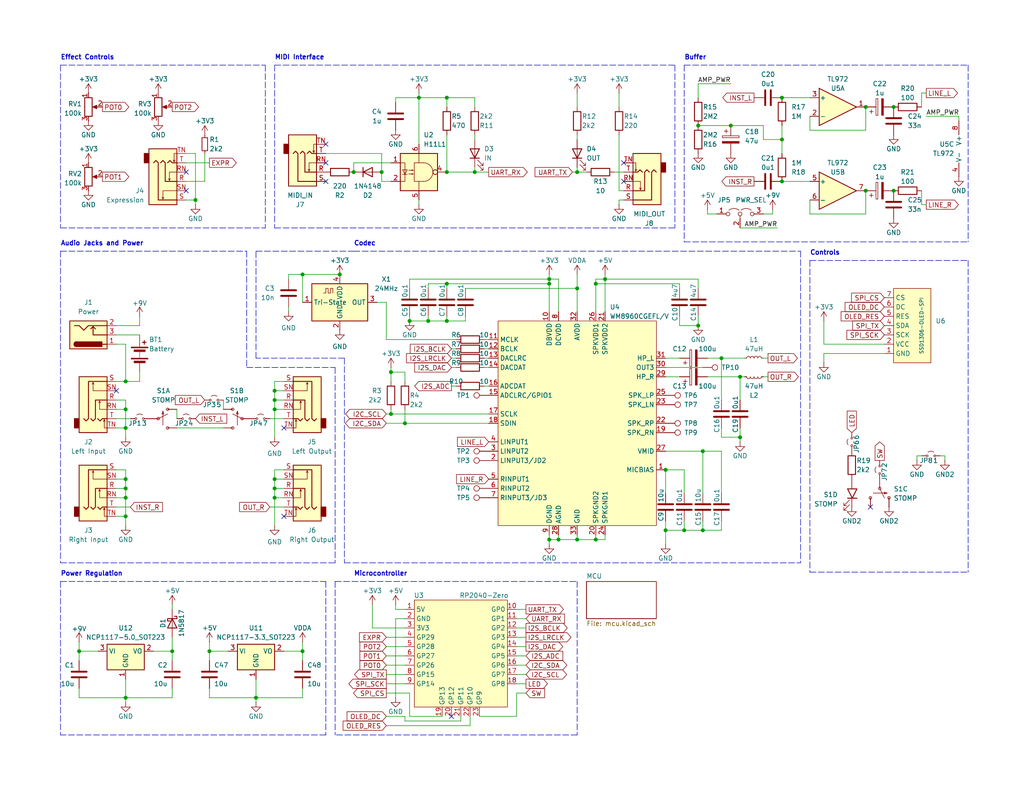
<source format=kicad_sch>
(kicad_sch (version 20231120) (generator "eeschema") (generator_version "8.0")
  (paper "A")
  (title_block (title "Zero-Stomp") (date "2025-02-03") (rev "1"))
  (junction (at 199.39 34.29))
  (junction (at 181.61 128.27))
  (junction (at 74.93 135.89))
  (junction (at 152.4 147.32))
  (junction (at 243.84 29.21))
  (junction (at 191.77 144.78))
  (junction (at 190.5 88.9))
  (junction (at 34.29 116.84))
  (junction (at 106.68 113.03))
  (junction (at 129.54 46.99))
  (junction (at 74.93 130.81))
  (junction (at 213.36 26.67))
  (junction (at 92.71 74.93))
  (junction (at 162.56 147.32))
  (junction (at 121.92 26.67))
  (junction (at 110.49 115.57))
  (junction (at 201.93 119.38))
  (junction (at 121.92 87.63))
  (junction (at 186.69 144.78))
  (junction (at 96.52 46.99))
  (junction (at 106.68 101.6))
  (junction (at 236.22 52.07))
  (junction (at 121.92 46.99))
  (junction (at 104.14 46.99))
  (junction (at 162.56 77.47))
  (junction (at 34.29 111.76))
  (junction (at 34.29 133.35))
  (junction (at 74.93 106.68))
  (junction (at 111.76 87.63))
  (junction (at 34.29 130.81))
  (junction (at 34.29 104.14))
  (junction (at 53.34 54.61))
  (junction (at 157.48 46.99))
  (junction (at 21.59 177.8))
  (junction (at 74.93 133.35))
  (junction (at 213.36 49.53))
  (junction (at 236.22 29.21))
  (junction (at 157.48 147.32))
  (junction (at 69.85 190.5))
  (junction (at 46.99 177.8))
  (junction (at 190.5 34.29))
  (junction (at 34.29 140.97))
  (junction (at 116.84 87.63))
  (junction (at 74.93 109.22))
  (junction (at 165.1 76.2))
  (junction (at 213.36 38.1))
  (junction (at 74.93 111.76))
  (junction (at 149.86 77.47))
  (junction (at 181.61 144.78))
  (junction (at 121.92 77.47))
  (junction (at 243.84 52.07))
  (junction (at 34.29 135.89))
  (junction (at 196.85 97.79))
  (junction (at 201.93 102.87))
  (junction (at 114.3 26.67))
  (junction (at 149.86 76.2))
  (junction (at 82.55 74.93))
  (junction (at 82.55 177.8))
  (junction (at 57.15 177.8))
  (junction (at 149.86 147.32))
  (junction (at 34.29 190.5))
  (junction (at 157.48 78.74))
  (junction (at 191.77 123.19))
  (no_connect (at 237.49 138.43))
  (no_connect (at 170.18 44.45))
  (no_connect (at 50.8 52.07))
  (no_connect (at 77.47 140.97))
  (no_connect (at 31.75 106.68))
  (no_connect (at 50.8 46.99))
  (no_connect (at 88.9 39.37))
  (no_connect (at 123.19 195.58))
  (no_connect (at 88.9 49.53))
  (no_connect (at 170.18 49.53))
  (no_connect (at 77.47 116.84))
  (no_connect (at 88.9 44.45))
  (wire (pts (xy 196.85 142.24) (xy 196.85 144.78)))
  (wire (pts (xy 55.88 49.53) (xy 50.8 49.53)))
  (wire (pts (xy 140.97 171.45) (xy 143.51 171.45)))
  (wire (pts (xy 82.55 177.8) (xy 82.55 180.34)))
  (wire (pts (xy 125.73 196.85) (xy 125.73 195.58)))
  (wire (pts (xy 34.29 130.81) (xy 34.29 133.35)))
  (wire (pts (xy 140.97 181.61) (xy 143.51 181.61)))
  (wire (pts (xy 74.93 109.22) (xy 74.93 106.68)))
  (wire (pts (xy 106.68 113.03) (xy 133.35 113.03)))
  (wire (pts (xy 128.27 198.12) (xy 128.27 195.58)))
  (wire (pts (xy 157.48 146.05) (xy 157.48 147.32)))
  (wire (pts (xy 129.54 46.99) (xy 129.54 45.72)))
  (polyline (pts (xy 16.51 68.58) (xy 16.51 153.67)) (stroke (width 0) (type dash)))
  (wire (pts (xy 121.92 77.47) (xy 149.86 77.47)))
  (wire (pts (xy 48.26 116.84) (xy 60.96 116.84)))
  (wire (pts (xy 101.6 165.1) (xy 101.6 171.45)))
  (wire (pts (xy 34.29 135.89) (xy 34.29 140.97)))
  (wire (pts (xy 74.93 109.22) (xy 77.47 109.22)))
  (wire (pts (xy 74.93 111.76) (xy 77.47 111.76)))
  (wire (pts (xy 110.49 115.57) (xy 133.35 115.57)))
  (wire (pts (xy 31.75 130.81) (xy 34.29 130.81)))
  (wire (pts (xy 167.64 46.99) (xy 170.18 46.99)))
  (wire (pts (xy 185.42 97.79) (xy 181.61 97.79)))
  (wire (pts (xy 60.96 109.22) (xy 60.96 111.76)))
  (wire (pts (xy 213.36 26.67) (xy 220.98 26.67)))
  (wire (pts (xy 149.86 147.32) (xy 149.86 148.59)))
  (wire (pts (xy 157.48 74.93) (xy 157.48 78.74)))
  (wire (pts (xy 132.08 95.25) (xy 133.35 95.25)))
  (wire (pts (xy 213.36 34.29) (xy 213.36 38.1)))
  (wire (pts (xy 162.56 147.32) (xy 165.1 147.32)))
  (wire (pts (xy 101.6 171.45) (xy 110.49 171.45)))
  (wire (pts (xy 201.93 102.87) (xy 201.93 109.22)))
  (wire (pts (xy 111.76 87.63) (xy 116.84 87.63)))
  (wire (pts (xy 186.69 144.78) (xy 181.61 144.78)))
  (wire (pts (xy 165.1 76.2) (xy 165.1 85.09)))
  (wire (pts (xy 107.95 165.1) (xy 107.95 166.37)))
  (wire (pts (xy 157.48 25.4) (xy 157.48 29.21)))
  (wire (pts (xy 162.56 77.47) (xy 162.56 85.09)))
  (wire (pts (xy 78.74 85.09) (xy 78.74 83.82)))
  (wire (pts (xy 21.59 187.96) (xy 21.59 190.5)))
  (wire (pts (xy 111.76 189.23) (xy 111.76 195.58)))
  (wire (pts (xy 251.46 25.4) (xy 251.46 29.21)))
  (wire (pts (xy 21.59 180.34) (xy 21.59 177.8)))
  (wire (pts (xy 210.82 58.42) (xy 208.28 58.42)))
  (wire (pts (xy 21.59 177.8) (xy 26.67 177.8)))
  (wire (pts (xy 196.85 97.79) (xy 193.04 97.79)))
  (wire (pts (xy 105.41 113.03) (xy 106.68 113.03)))
  (wire (pts (xy 224.79 96.52) (xy 241.3 96.52)))
  (wire (pts (xy 34.29 93.98) (xy 31.75 93.98)))
  (wire (pts (xy 110.49 195.58) (xy 110.49 196.85)))
  (wire (pts (xy 114.3 25.4) (xy 114.3 26.67)))
  (wire (pts (xy 196.85 144.78) (xy 191.77 144.78)))
  (wire (pts (xy 116.84 78.74) (xy 116.84 77.47)))
  (wire (pts (xy 31.75 140.97) (xy 34.29 140.97)))
  (wire (pts (xy 168.91 25.4) (xy 168.91 29.21)))
  (wire (pts (xy 162.56 76.2) (xy 162.56 77.47)))
  (wire (pts (xy 168.91 55.88) (xy 168.91 54.61)))
  (wire (pts (xy 53.34 54.61) (xy 53.34 55.88)))
  (wire (pts (xy 168.91 36.83) (xy 168.91 52.07)))
  (wire (pts (xy 74.93 133.35) (xy 77.47 133.35)))
  (wire (pts (xy 224.79 93.98) (xy 241.3 93.98)))
  (wire (pts (xy 127 78.74) (xy 157.48 78.74)))
  (wire (pts (xy 162.56 77.47) (xy 185.42 77.47)))
  (wire (pts (xy 213.36 49.53) (xy 220.98 49.53)))
  (wire (pts (xy 181.61 102.87) (xy 185.42 102.87)))
  (wire (pts (xy 181.61 128.27) (xy 186.69 128.27)))
  (wire (pts (xy 193.04 57.15) (xy 193.04 58.42)))
  (wire (pts (xy 220.98 31.75) (xy 220.98 35.56)))
  (wire (pts (xy 191.77 144.78) (xy 186.69 144.78)))
  (wire (pts (xy 208.28 102.87) (xy 209.55 102.87)))
  (wire (pts (xy 34.29 190.5) (xy 46.99 190.5)))
  (wire (pts (xy 57.15 177.8) (xy 62.23 177.8)))
  (polyline (pts (xy 157.48 158.75) (xy 157.48 200.66)) (stroke (width 0) (type dash)))
  (polyline (pts (xy 186.69 17.78) (xy 186.69 66.04)) (stroke (width 0) (type dash)))
  (wire (pts (xy 186.69 128.27) (xy 186.69 134.62)))
  (wire (pts (xy 132.08 100.33) (xy 133.35 100.33)))
  (polyline (pts (xy 16.51 62.23) (xy 72.39 62.23)) (stroke (width 0) (type dash)))
  (wire (pts (xy 21.59 190.5) (xy 34.29 190.5)))
  (wire (pts (xy 190.5 86.36) (xy 190.5 88.9)))
  (wire (pts (xy 185.42 77.47) (xy 185.42 78.74)))
  (wire (pts (xy 251.46 124.46) (xy 250.19 124.46)))
  (wire (pts (xy 157.48 45.72) (xy 157.48 46.99)))
  (wire (pts (xy 149.86 77.47) (xy 149.86 85.09)))
  (wire (pts (xy 55.88 41.91) (xy 55.88 49.53)))
  (wire (pts (xy 132.08 105.41) (xy 133.35 105.41)))
  (wire (pts (xy 31.75 111.76) (xy 34.29 111.76)))
  (wire (pts (xy 46.99 190.5) (xy 46.99 187.96)))
  (wire (pts (xy 34.29 128.27) (xy 34.29 130.81)))
  (wire (pts (xy 121.92 87.63) (xy 121.92 86.36)))
  (wire (pts (xy 50.8 41.91) (xy 53.34 41.91)))
  (wire (pts (xy 140.97 184.15) (xy 143.51 184.15)))
  (wire (pts (xy 82.55 175.26) (xy 82.55 177.8)))
  (wire (pts (xy 199.39 22.86) (xy 190.5 22.86)))
  (wire (pts (xy 149.86 74.93) (xy 149.86 76.2)))
  (wire (pts (xy 149.86 76.2) (xy 152.4 76.2)))
  (wire (pts (xy 34.29 104.14) (xy 38.1 104.14)))
  (polyline (pts (xy 16.51 17.78) (xy 16.51 62.23)) (stroke (width 0) (type dash)))
  (wire (pts (xy 201.93 62.23) (xy 212.09 62.23)))
  (wire (pts (xy 149.86 76.2) (xy 149.86 77.47)))
  (wire (pts (xy 252.73 31.75) (xy 261.62 31.75)))
  (wire (pts (xy 57.15 177.8) (xy 57.15 180.34)))
  (polyline (pts (xy 96.52 68.58) (xy 218.44 68.58)) (stroke (width 0) (type dash)))
  (wire (pts (xy 181.61 144.78) (xy 181.61 148.59)))
  (wire (pts (xy 82.55 74.93) (xy 92.71 74.93)))
  (wire (pts (xy 196.85 119.38) (xy 201.93 119.38)))
  (wire (pts (xy 110.49 101.6) (xy 110.49 104.14)))
  (polyline (pts (xy 184.15 17.78) (xy 184.15 62.23)) (stroke (width 0) (type dash)))
  (wire (pts (xy 74.93 130.81) (xy 77.47 130.81)))
  (wire (pts (xy 130.81 195.58) (xy 140.97 195.58)))
  (wire (pts (xy 157.48 36.83) (xy 157.48 38.1)))
  (wire (pts (xy 181.61 128.27) (xy 181.61 134.62)))
  (wire (pts (xy 201.93 120.65) (xy 201.93 119.38)))
  (wire (pts (xy 236.22 58.42) (xy 236.22 52.07)))
  (wire (pts (xy 201.93 102.87) (xy 203.2 102.87)))
  (wire (pts (xy 208.28 34.29) (xy 208.28 38.1)))
  (wire (pts (xy 106.68 101.6) (xy 110.49 101.6)))
  (wire (pts (xy 129.54 36.83) (xy 129.54 38.1)))
  (wire (pts (xy 105.41 186.69) (xy 110.49 186.69)))
  (wire (pts (xy 57.15 175.26) (xy 57.15 177.8)))
  (wire (pts (xy 114.3 55.88) (xy 114.3 54.61)))
  (polyline (pts (xy 220.98 71.12) (xy 264.16 71.12)) (stroke (width 0) (type dash)))
  (wire (pts (xy 104.14 41.91) (xy 104.14 46.99)))
  (wire (pts (xy 116.84 77.47) (xy 121.92 77.47)))
  (wire (pts (xy 110.49 111.76) (xy 110.49 115.57)))
  (wire (pts (xy 57.15 187.96) (xy 57.15 190.5)))
  (wire (pts (xy 261.62 31.75) (xy 261.62 33.02)))
  (wire (pts (xy 165.1 74.93) (xy 165.1 76.2)))
  (wire (pts (xy 185.42 88.9) (xy 190.5 88.9)))
  (wire (pts (xy 82.55 74.93) (xy 78.74 74.93)))
  (polyline (pts (xy 88.9 200.66) (xy 16.51 200.66)) (stroke (width 0) (type dash)))
  (wire (pts (xy 132.08 97.79) (xy 133.35 97.79)))
  (wire (pts (xy 208.28 38.1) (xy 213.36 38.1)))
  (wire (pts (xy 196.85 97.79) (xy 203.2 97.79)))
  (wire (pts (xy 256.54 124.46) (xy 257.81 124.46)))
  (wire (pts (xy 105.41 184.15) (xy 110.49 184.15)))
  (polyline (pts (xy 264.16 17.78) (xy 264.16 66.04)) (stroke (width 0) (type dash)))
  (wire (pts (xy 74.93 130.81) (xy 74.93 128.27)))
  (wire (pts (xy 140.97 168.91) (xy 143.51 168.91)))
  (wire (pts (xy 220.98 54.61) (xy 220.98 58.42)))
  (wire (pts (xy 208.28 97.79) (xy 209.55 97.79)))
  (wire (pts (xy 140.97 173.99) (xy 143.51 173.99)))
  (polyline (pts (xy 88.9 158.75) (xy 88.9 200.66)) (stroke (width 0) (type dash)))
  (wire (pts (xy 74.93 135.89) (xy 77.47 135.89)))
  (wire (pts (xy 57.15 190.5) (xy 69.85 190.5)))
  (wire (pts (xy 78.74 74.93) (xy 78.74 76.2)))
  (wire (pts (xy 107.95 168.91) (xy 107.95 190.5)))
  (wire (pts (xy 181.61 123.19) (xy 191.77 123.19)))
  (wire (pts (xy 107.95 168.91) (xy 110.49 168.91)))
  (wire (pts (xy 186.69 142.24) (xy 186.69 144.78)))
  (polyline (pts (xy 72.39 17.78) (xy 72.39 62.23)) (stroke (width 0) (type dash)))
  (polyline (pts (xy 186.69 66.04) (xy 264.16 66.04)) (stroke (width 0) (type dash)))
  (wire (pts (xy 82.55 82.55) (xy 82.55 74.93)))
  (polyline (pts (xy 16.51 158.75) (xy 88.9 158.75)) (stroke (width 0) (type dash)))
  (wire (pts (xy 31.75 88.9) (xy 38.1 88.9)))
  (wire (pts (xy 38.1 86.36) (xy 38.1 88.9)))
  (polyline (pts (xy 67.31 68.58) (xy 67.31 100.33)) (stroke (width 0) (type dash)))
  (wire (pts (xy 201.93 102.87) (xy 193.04 102.87)))
  (wire (pts (xy 82.55 187.96) (xy 82.55 190.5)))
  (polyline (pts (xy 74.93 17.78) (xy 74.93 62.23)) (stroke (width 0) (type dash)))
  (wire (pts (xy 34.29 133.35) (xy 34.29 135.89)))
  (polyline (pts (xy 16.51 153.67) (xy 91.44 153.67)) (stroke (width 0) (type dash)))
  (wire (pts (xy 46.99 166.37) (xy 46.99 165.1)))
  (wire (pts (xy 74.93 135.89) (xy 74.93 143.51)))
  (wire (pts (xy 152.4 147.32) (xy 152.4 146.05)))
  (polyline (pts (xy 16.51 17.78) (xy 72.39 17.78)) (stroke (width 0) (type dash)))
  (wire (pts (xy 165.1 76.2) (xy 190.5 76.2)))
  (wire (pts (xy 74.93 133.35) (xy 74.93 130.81)))
  (wire (pts (xy 236.22 35.56) (xy 236.22 29.21)))
  (wire (pts (xy 252.73 55.88) (xy 251.46 55.88)))
  (wire (pts (xy 123.19 100.33) (xy 124.46 100.33)))
  (wire (pts (xy 140.97 166.37) (xy 143.51 166.37)))
  (wire (pts (xy 34.29 93.98) (xy 34.29 104.14)))
  (wire (pts (xy 123.19 97.79) (xy 124.46 97.79)))
  (polyline (pts (xy 16.51 158.75) (xy 16.51 200.66)) (stroke (width 0) (type dash)))
  (polyline (pts (xy 91.44 100.33) (xy 91.44 153.67)) (stroke (width 0) (type dash)))
  (wire (pts (xy 201.93 116.84) (xy 201.93 119.38)))
  (wire (pts (xy 74.93 106.68) (xy 74.93 104.14)))
  (polyline (pts (xy 93.98 153.67) (xy 218.44 153.67)) (stroke (width 0) (type dash)))
  (polyline (pts (xy 264.16 71.12) (xy 264.16 156.21)) (stroke (width 0) (type dash)))
  (wire (pts (xy 121.92 46.99) (xy 129.54 46.99)))
  (wire (pts (xy 50.8 44.45) (xy 57.15 44.45)))
  (wire (pts (xy 74.93 135.89) (xy 74.93 133.35)))
  (polyline (pts (xy 186.69 17.78) (xy 264.16 17.78)) (stroke (width 0) (type dash)))
  (wire (pts (xy 224.79 87.63) (xy 224.79 93.98)))
  (wire (pts (xy 127 86.36) (xy 127 87.63)))
  (wire (pts (xy 196.85 116.84) (xy 196.85 119.38)))
  (wire (pts (xy 156.21 46.99) (xy 157.48 46.99)))
  (wire (pts (xy 21.59 175.26) (xy 21.59 177.8)))
  (wire (pts (xy 46.99 177.8) (xy 46.99 180.34)))
  (polyline (pts (xy 67.31 100.33) (xy 91.44 100.33)) (stroke (width 0) (type dash)))
  (wire (pts (xy 123.19 105.41) (xy 124.46 105.41)))
  (wire (pts (xy 213.36 38.1) (xy 213.36 41.91)))
  (wire (pts (xy 105.41 189.23) (xy 111.76 189.23)))
  (wire (pts (xy 107.95 27.94) (xy 107.95 26.67)))
  (wire (pts (xy 190.5 34.29) (xy 199.39 34.29)))
  (wire (pts (xy 196.85 123.19) (xy 196.85 134.62)))
  (polyline (pts (xy 93.98 97.79) (xy 69.85 97.79)) (stroke (width 0) (type dash)))
  (wire (pts (xy 196.85 97.79) (xy 196.85 109.22)))
  (wire (pts (xy 140.97 179.07) (xy 143.51 179.07)))
  (wire (pts (xy 114.3 26.67) (xy 121.92 26.67)))
  (wire (pts (xy 252.73 25.4) (xy 251.46 25.4)))
  (wire (pts (xy 74.93 106.68) (xy 77.47 106.68)))
  (wire (pts (xy 41.91 177.8) (xy 46.99 177.8)))
  (wire (pts (xy 121.92 87.63) (xy 127 87.63)))
  (wire (pts (xy 116.84 86.36) (xy 116.84 87.63)))
  (wire (pts (xy 34.29 104.14) (xy 31.75 104.14)))
  (wire (pts (xy 105.41 82.55) (xy 102.87 82.55)))
  (wire (pts (xy 105.41 195.58) (xy 110.49 195.58)))
  (wire (pts (xy 149.86 147.32) (xy 152.4 147.32)))
  (wire (pts (xy 88.9 41.91) (xy 104.14 41.91)))
  (wire (pts (xy 152.4 76.2) (xy 152.4 85.09)))
  (wire (pts (xy 77.47 138.43) (xy 73.66 138.43)))
  (wire (pts (xy 162.56 146.05) (xy 162.56 147.32)))
  (wire (pts (xy 111.76 195.58) (xy 120.65 195.58)))
  (wire (pts (xy 157.48 147.32) (xy 152.4 147.32)))
  (wire (pts (xy 31.75 138.43) (xy 35.56 138.43)))
  (wire (pts (xy 105.41 173.99) (xy 110.49 173.99)))
  (wire (pts (xy 73.66 114.3) (xy 77.47 114.3)))
  (wire (pts (xy 107.95 166.37) (xy 110.49 166.37)))
  (wire (pts (xy 50.8 54.61) (xy 53.34 54.61)))
  (wire (pts (xy 69.85 190.5) (xy 82.55 190.5)))
  (wire (pts (xy 106.68 101.6) (xy 106.68 104.14)))
  (wire (pts (xy 96.52 44.45) (xy 106.68 44.45)))
  (wire (pts (xy 121.92 77.47) (xy 121.92 78.74)))
  (wire (pts (xy 34.29 116.84) (xy 34.29 119.38)))
  (wire (pts (xy 34.29 128.27) (xy 31.75 128.27)))
  (wire (pts (xy 210.82 57.15) (xy 210.82 58.42)))
  (wire (pts (xy 105.41 92.71) (xy 105.41 82.55)))
  (polyline (pts (xy 69.85 97.79) (xy 69.85 68.58)) (stroke (width 0) (type dash)))
  (wire (pts (xy 111.76 78.74) (xy 111.76 76.2)))
  (wire (pts (xy 190.5 76.2) (xy 190.5 78.74)))
  (wire (pts (xy 31.75 114.3) (xy 35.56 114.3)))
  (wire (pts (xy 105.41 179.07) (xy 110.49 179.07)))
  (wire (pts (xy 34.29 190.5) (xy 34.29 185.42)))
  (wire (pts (xy 193.04 58.42) (xy 195.58 58.42)))
  (wire (pts (xy 107.95 26.67) (xy 114.3 26.67)))
  (wire (pts (xy 257.81 124.46) (xy 257.81 125.73)))
  (wire (pts (xy 74.93 128.27) (xy 77.47 128.27)))
  (polyline (pts (xy 220.98 71.12) (xy 220.98 156.21)) (stroke (width 0) (type dash)))
  (wire (pts (xy 77.47 177.8) (xy 82.55 177.8)))
  (wire (pts (xy 251.46 55.88) (xy 251.46 52.07)))
  (wire (pts (xy 34.29 140.97) (xy 34.29 143.51)))
  (wire (pts (xy 121.92 26.67) (xy 121.92 29.21)))
  (wire (pts (xy 104.14 46.99) (xy 104.14 49.53)))
  (wire (pts (xy 31.75 116.84) (xy 34.29 116.84)))
  (wire (pts (xy 96.52 46.99) (xy 96.52 44.45)))
  (wire (pts (xy 46.99 173.99) (xy 46.99 177.8)))
  (polyline (pts (xy 74.93 17.78) (xy 184.15 17.78)) (stroke (width 0) (type dash)))
  (wire (pts (xy 181.61 142.24) (xy 181.61 144.78)))
  (wire (pts (xy 106.68 111.76) (xy 106.68 113.03)))
  (wire (pts (xy 31.75 109.22) (xy 34.29 109.22)))
  (wire (pts (xy 114.3 26.67) (xy 114.3 39.37)))
  (polyline (pts (xy 74.93 62.23) (xy 184.15 62.23)) (stroke (width 0) (type dash)))
  (polyline (pts (xy 69.85 68.58) (xy 96.52 68.58)) (stroke (width 0) (type dash)))
  (wire (pts (xy 191.77 123.19) (xy 191.77 134.62)))
  (wire (pts (xy 111.76 76.2) (xy 149.86 76.2)))
  (wire (pts (xy 129.54 26.67) (xy 129.54 29.21)))
  (wire (pts (xy 34.29 109.22) (xy 34.29 111.76)))
  (wire (pts (xy 34.29 191.77) (xy 34.29 190.5)))
  (wire (pts (xy 185.42 86.36) (xy 185.42 88.9)))
  (wire (pts (xy 121.92 36.83) (xy 121.92 46.99)))
  (wire (pts (xy 116.84 87.63) (xy 121.92 87.63)))
  (polyline (pts (xy 157.48 200.66) (xy 91.44 200.66)) (stroke (width 0) (type dash)))
  (wire (pts (xy 38.1 104.14) (xy 38.1 101.6)))
  (wire (pts (xy 220.98 58.42) (xy 236.22 58.42)))
  (wire (pts (xy 105.41 198.12) (xy 128.27 198.12)))
  (wire (pts (xy 165.1 146.05) (xy 165.1 147.32)))
  (wire (pts (xy 140.97 176.53) (xy 143.51 176.53)))
  (wire (pts (xy 191.77 142.24) (xy 191.77 144.78)))
  (wire (pts (xy 69.85 191.77) (xy 69.85 190.5)))
  (polyline (pts (xy 93.98 97.79) (xy 93.98 153.67)) (stroke (width 0) (type dash)))
  (wire (pts (xy 129.54 46.99) (xy 133.35 46.99)))
  (wire (pts (xy 31.75 135.89) (xy 34.29 135.89)))
  (wire (pts (xy 199.39 34.29) (xy 208.28 34.29)))
  (wire (pts (xy 124.46 92.71) (xy 105.41 92.71)))
  (wire (pts (xy 191.77 100.33) (xy 181.61 100.33)))
  (wire (pts (xy 111.76 86.36) (xy 111.76 87.63)))
  (wire (pts (xy 190.5 22.86) (xy 190.5 26.67)))
  (wire (pts (xy 110.49 196.85) (xy 125.73 196.85)))
  (wire (pts (xy 165.1 76.2) (xy 162.56 76.2)))
  (wire (pts (xy 31.75 133.35) (xy 34.29 133.35)))
  (wire (pts (xy 106.68 100.33) (xy 106.68 101.6)))
  (wire (pts (xy 140.97 189.23) (xy 140.97 195.58)))
  (wire (pts (xy 74.93 104.14) (xy 77.47 104.14)))
  (polyline (pts (xy 91.44 158.75) (xy 91.44 200.66)) (stroke (width 0) (type dash)))
  (wire (pts (xy 74.93 111.76) (xy 74.93 119.38)))
  (wire (pts (xy 105.41 176.53) (xy 110.49 176.53)))
  (polyline (pts (xy 220.98 156.21) (xy 264.16 156.21)) (stroke (width 0) (type dash)))
  (wire (pts (xy 31.75 91.44) (xy 38.1 91.44)))
  (wire (pts (xy 162.56 147.32) (xy 157.48 147.32)))
  (wire (pts (xy 191.77 123.19) (xy 196.85 123.19)))
  (wire (pts (xy 224.79 99.06) (xy 224.79 96.52)))
  (wire (pts (xy 149.86 146.05) (xy 149.86 147.32)))
  (wire (pts (xy 168.91 52.07) (xy 170.18 52.07)))
  (wire (pts (xy 53.34 41.91) (xy 53.34 54.61)))
  (wire (pts (xy 123.19 95.25) (xy 124.46 95.25)))
  (polyline (pts (xy 91.44 158.75) (xy 157.48 158.75)) (stroke (width 0) (type dash)))
  (polyline (pts (xy 16.51 68.58) (xy 67.31 68.58)) (stroke (width 0) (type dash)))
  (wire (pts (xy 48.26 114.3) (xy 48.26 111.76)))
  (polyline (pts (xy 218.44 68.58) (xy 218.44 153.67)) (stroke (width 0) (type dash)))
  (wire (pts (xy 121.92 26.67) (xy 129.54 26.67)))
  (wire (pts (xy 105.41 181.61) (xy 110.49 181.61)))
  (wire (pts (xy 105.41 115.57) (xy 110.49 115.57)))
  (wire (pts (xy 157.48 46.99) (xy 160.02 46.99)))
  (wire (pts (xy 104.14 49.53) (xy 106.68 49.53)))
  (wire (pts (xy 250.19 124.46) (xy 250.19 125.73)))
  (wire (pts (xy 168.91 54.61) (xy 170.18 54.61)))
  (wire (pts (xy 34.29 111.76) (xy 34.29 116.84)))
  (wire (pts (xy 157.48 78.74) (xy 157.48 85.09)))
  (wire (pts (xy 143.51 189.23) (xy 140.97 189.23)))
  (wire (pts (xy 69.85 190.5) (xy 69.85 185.42)))
  (wire (pts (xy 140.97 186.69) (xy 143.51 186.69)))
  (wire (pts (xy 74.93 111.76) (xy 74.93 109.22)))
  (wire (pts (xy 220.98 35.56) (xy 236.22 35.56)))
  (wire (pts (xy 132.08 92.71) (xy 133.35 92.71)))
  (text "MIDI Interface" (at 74.93 16.51 0) (effects (font (size 1.27 1.27) (thickness 0.254) (bold yes)) (justify left bottom)))
  (text "Effect Controls" (at 16.51 16.51 0) (effects (font (size 1.27 1.27) (thickness 0.254) (bold yes)) (justify left bottom)))
  (text "Microcontroller" (at 96.52 157.48 0) (effects (font (size 1.27 1.27) (thickness 0.254) (bold yes)) (justify left bottom)))
  (text "Buffer" (at 186.69 16.51 0) (effects (font (size 1.27 1.27) (thickness 0.254) (bold yes)) (justify left bottom)))
  (text "Codec" (at 96.52 67.31 0) (effects (font (size 1.27 1.27) (thickness 0.254) (bold yes)) (justify left bottom)))
  (text "Audio Jacks and Power" (at 16.51 67.31 0) (effects (font (size 1.27 1.27) (thickness 0.254) (bold yes)) (justify left bottom)))
  (text "Power Regulation" (at 16.51 157.48 0) (effects (font (size 1.27 1.27) (thickness 0.254) (bold yes)) (justify left bottom)))
  (text "Controls" (at 220.98 69.85 0) (effects (font (size 1.27 1.27) (thickness 0.254) (bold yes)) (justify left bottom)))
  (label "AMP_PWR" (at 252.73 31.75 0))
  (label "AMP_PWR" (at 212.09 62.23 180))
  (label "AMP_PWR" (at 199.39 22.86 180))
  (global_label "I2C_SCL" (shape bidirectional) (at 143.51 184.15 0) (property "Intersheetrefs" "${INTERSHEET_REFS}" (effects (hide yes))))
  (global_label "SW" (shape output) (at 240.03 125.73 90) (property "Intersheetrefs" "${INTERSHEET_REFS}" (effects (hide yes))))
  (global_label "POT0" (shape input) (at 105.41 181.61 180) (property "Intersheetrefs" "${INTERSHEET_REFS}" (effects (hide yes))))
  (global_label "LED" (shape output) (at 143.51 186.69 0) (property "Intersheetrefs" "${INTERSHEET_REFS}" (effects (hide yes))))
  (global_label "SPI_TX" (shape input) (at 241.3 88.9 180) (property "Intersheetrefs" "${INTERSHEET_REFS}" (effects (hide yes))))
  (global_label "SPI_TX" (shape output) (at 105.41 184.15 180) (property "Intersheetrefs" "${INTERSHEET_REFS}" (effects (hide yes))))
  (global_label "INST_L" (shape output) (at 205.74 26.67 180) (property "Intersheetrefs" "${INTERSHEET_REFS}" (effects (hide yes))))
  (global_label "UART_RX" (shape output) (at 133.35 46.99 0) (property "Intersheetrefs" "${INTERSHEET_REFS}" (effects (hide yes))))
  (global_label "OUT_L" (shape output) (at 209.55 97.79 0) (property "Intersheetrefs" "${INTERSHEET_REFS}" (effects (hide yes))))
  (global_label "I2C_SDA" (shape bidirectional) (at 143.51 181.61 0) (property "Intersheetrefs" "${INTERSHEET_REFS}" (effects (hide yes))))
  (global_label "LINE_R" (shape output) (at 252.73 55.88 0) (property "Intersheetrefs" "${INTERSHEET_REFS}" (effects (hide yes))))
  (global_label "POT2" (shape input) (at 105.41 176.53 180) (property "Intersheetrefs" "${INTERSHEET_REFS}" (effects (hide yes))))
  (global_label "LED" (shape input) (at 232.41 118.11 90) (property "Intersheetrefs" "${INTERSHEET_REFS}" (effects (hide yes))))
  (global_label "SPI_SCK" (shape input) (at 241.3 91.44 180) (property "Intersheetrefs" "${INTERSHEET_REFS}" (effects (hide yes))))
  (global_label "LINE_R" (shape input) (at 133.35 130.81 180) (property "Intersheetrefs" "${INTERSHEET_REFS}" (effects (hide yes))))
  (global_label "OLED_DC" (shape input) (at 105.41 195.58 180) (property "Intersheetrefs" "${INTERSHEET_REFS}" (effects (hide yes))))
  (global_label "I2S_LRCLK" (shape input) (at 123.19 97.79 180) (property "Intersheetrefs" "${INTERSHEET_REFS}" (effects (hide yes))))
  (global_label "SPI_CS" (shape output) (at 105.41 189.23 180) (property "Intersheetrefs" "${INTERSHEET_REFS}" (effects (hide yes))))
  (global_label "LINE_L" (shape output) (at 252.73 25.4 0) (property "Intersheetrefs" "${INTERSHEET_REFS}" (effects (hide yes))))
  (global_label "POT0" (shape output) (at 27.94 29.21 0) (property "Intersheetrefs" "${INTERSHEET_REFS}" (effects (hide yes))))
  (global_label "OLED_DC" (shape input) (at 241.3 83.82 180) (property "Intersheetrefs" "${INTERSHEET_REFS}" (effects (hide yes))))
  (global_label "I2C_SCL" (shape bidirectional) (at 105.41 113.03 180) (property "Intersheetrefs" "${INTERSHEET_REFS}" (effects (hide yes))))
  (global_label "UART_RX" (shape input) (at 143.51 168.91 0) (property "Intersheetrefs" "${INTERSHEET_REFS}" (effects (hide yes))))
  (global_label "I2S_DAC" (shape output) (at 143.51 176.53 0) (property "Intersheetrefs" "${INTERSHEET_REFS}" (effects (hide yes))))
  (global_label "INST_R" (shape input) (at 35.56 138.43 0) (property "Intersheetrefs" "${INTERSHEET_REFS}" (effects (hide yes))))
  (global_label "INST_L" (shape input) (at 53.34 114.3 0) (property "Intersheetrefs" "${INTERSHEET_REFS}" (effects (hide yes))))
  (global_label "EXPR" (shape output) (at 57.15 44.45 0) (property "Intersheetrefs" "${INTERSHEET_REFS}" (effects (hide yes))))
  (global_label "OUT_R" (shape output) (at 209.55 102.87 0) (property "Intersheetrefs" "${INTERSHEET_REFS}" (effects (hide yes))))
  (global_label "POT1" (shape input) (at 105.41 179.07 180) (property "Intersheetrefs" "${INTERSHEET_REFS}" (effects (hide yes))))
  (global_label "I2S_LRCLK" (shape output) (at 143.51 173.99 0) (property "Intersheetrefs" "${INTERSHEET_REFS}" (effects (hide yes))))
  (global_label "OLED_RES" (shape input) (at 241.3 86.36 180) (property "Intersheetrefs" "${INTERSHEET_REFS}" (effects (hide yes))))
  (global_label "SPI_CS" (shape input) (at 241.3 81.28 180) (property "Intersheetrefs" "${INTERSHEET_REFS}" (effects (hide yes))))
  (global_label "SW" (shape input) (at 143.51 189.23 0) (property "Intersheetrefs" "${INTERSHEET_REFS}" (effects (hide yes))))
  (global_label "UART_TX" (shape input) (at 156.21 46.99 180) (property "Intersheetrefs" "${INTERSHEET_REFS}" (effects (hide yes))))
  (global_label "OUT_L" (shape input) (at 55.88 109.22 180) (property "Intersheetrefs" "${INTERSHEET_REFS}" (effects (hide yes))))
  (global_label "LINE_L" (shape input) (at 133.35 120.65 180) (property "Intersheetrefs" "${INTERSHEET_REFS}" (effects (hide yes))))
  (global_label "INST_R" (shape output) (at 205.74 49.53 180) (property "Intersheetrefs" "${INTERSHEET_REFS}" (effects (hide yes))))
  (global_label "I2S_DAC" (shape input) (at 123.19 100.33 180) (property "Intersheetrefs" "${INTERSHEET_REFS}" (effects (hide yes))))
  (global_label "POT1" (shape output) (at 27.94 48.26 0) (property "Intersheetrefs" "${INTERSHEET_REFS}" (effects (hide yes))))
  (global_label "I2S_ADC" (shape input) (at 143.51 179.07 0) (property "Intersheetrefs" "${INTERSHEET_REFS}" (effects (hide yes))))
  (global_label "OLED_RES" (shape input) (at 105.41 198.12 180) (property "Intersheetrefs" "${INTERSHEET_REFS}" (effects (hide yes))))
  (global_label "EXPR" (shape input) (at 105.41 173.99 180) (property "Intersheetrefs" "${INTERSHEET_REFS}" (effects (hide yes))))
  (global_label "SPI_SCK" (shape output) (at 105.41 186.69 180) (property "Intersheetrefs" "${INTERSHEET_REFS}" (effects (hide yes))))
  (global_label "UART_TX" (shape output) (at 143.51 166.37 0) (property "Intersheetrefs" "${INTERSHEET_REFS}" (effects (hide yes))))
  (global_label "I2C_SDA" (shape bidirectional) (at 105.41 115.57 180) (property "Intersheetrefs" "${INTERSHEET_REFS}" (effects (hide yes))))
  (global_label "OUT_R" (shape input) (at 73.66 138.43 180) (property "Intersheetrefs" "${INTERSHEET_REFS}" (effects (hide yes))))
  (global_label "POT2" (shape output) (at 46.99 29.21 0) (property "Intersheetrefs" "${INTERSHEET_REFS}" (effects (hide yes))))
  (global_label "I2S_BCLK" (shape output) (at 143.51 171.45 0) (property "Intersheetrefs" "${INTERSHEET_REFS}" (effects (hide yes))))
  (global_label "I2S_BCLK" (shape input) (at 123.19 95.25 180) (property "Intersheetrefs" "${INTERSHEET_REFS}" (effects (hide yes))))
  (global_label "I2S_ADC" (shape output) (at 123.19 105.41 180) (property "Intersheetrefs" "${INTERSHEET_REFS}" (effects (hide yes))))
  (symbol (lib_id "Device:C") (at 57.15 184.15 0) (unit 1)
    (property "Reference" "C47" (at 58.42 181.61 0) (effects (justify left)))
    (property "Value" "10u" (at 58.42 186.69 0) (effects (justify left)))
    (property "Description" "Unpolarized capacitor" (effects (hide yes)))
  )
  (symbol (lib_id "Device:R") (at 168.91 33.02 0) (unit 1)
    (property "Reference" "R14" (at 170.18 31.75 0) (effects (justify left)))
    (property "Value" "220" (at 170.18 34.29 0) (effects (justify left)))
    (property "Footprint" "Resistor_THT:R_Axial_DIN0207_L6.3mm_D2.5mm_P2.54mm_Vertical" (effects (hide yes)))
    (property "Description" "Resistor" (effects (hide yes)))
  )
  (symbol (lib_id "Device:R") (at 128.27 97.79 90) (unit 1)
    (property "Reference" "R8" (at 124.46 96.52 90))
    (property "Value" "10" (at 132.08 96.52 90))
    (property "Footprint" "Resistor_SMD:R_0805_2012Metric_Pad1.20x1.40mm_HandSolder" (effects (hide yes)))
    (property "Description" "Resistor" (effects (hide yes)))
  )
  (symbol (lib_id "power:GND") (at 199.39 41.91 0) (unit 1)
    (property "Reference" "#PWR038" (effects (hide yes)))
    (property "Value" "GND" (at 199.39 45.72 0))
    (property "Description" "Power symbol creates a global label with name \"GND\" , ground" (effects (hide yes)))
  )
  (symbol (lib_id "power:+3V3") (at 24.13 44.45 0) (unit 1)
    (property "Reference" "#PWR03" (effects (hide yes)))
    (property "Value" "+3V3" (at 24.13 40.64 0))
    (property "Description" "Power symbol creates a global label with name \"+3V3\"" (effects (hide yes)))
  )
  (symbol (lib_id "Device:R") (at 128.27 100.33 90) (unit 1)
    (property "Reference" "R9" (at 124.46 99.06 90))
    (property "Value" "10" (at 132.08 99.06 90))
    (property "Footprint" "Resistor_SMD:R_0805_2012Metric_Pad1.20x1.40mm_HandSolder" (effects (hide yes)))
    (property "Description" "Resistor" (effects (hide yes)))
  )
  (symbol (lib_id "Device:C") (at 127 82.55 0) (unit 1)
    (property "Reference" "C8" (at 125.73 83.82 90) (effects (justify right)))
    (property "Value" "0u1" (at 125.73 81.28 90) (effects (justify left)))
    (property "Footprint" "Capacitor_SMD:C_0805_2012Metric_Pad1.18x1.45mm_HandSolder" (effects (hide yes)))
    (property "Description" "Unpolarized capacitor" (effects (hide yes)))
  )
  (symbol (lib_id "power:GND2") (at 242.57 138.43 0) (unit 1)
    (property "Reference" "#PWR044" (effects (hide yes)))
    (property "Value" "GND2" (at 242.57 142.24 0))
    (property "Description" "Power symbol creates a global label with name \"GND2\" , ground" (effects (hide yes)))
  )
  (symbol (lib_id "Connector:Barrel_Jack_Switch") (at 24.13 91.44 0) (mirror x) (unit 1)
    (property "Reference" "J1" (at 24.13 82.55 0))
    (property "Value" "Power" (at 24.13 85.0869 0))
    (property "Footprint" "Connector_BarrelJack:BarrelJack_Horizontal" (effects (hide yes)))
    (property "Description" "DC Barrel Jack with an internal switch" (effects (hide yes)))
  )
  (symbol (lib_id "RP2040-Zero:RP2040-Zero") (at 125.73 171.45 0) (unit 1)
    (property "Reference" "U3" (at 114.3 162.56 0))
    (property "Value" "RP2040-Zero" (at 132.08 162.56 0))
    (property "Footprint" "RP2040-Zero:RP2040 Zero" (effects (hide yes)))
  )
  (symbol (lib_id "power:VDDA") (at 82.55 175.26 0) (unit 1)
    (property "Reference" "#PWR082" (effects (hide yes)))
    (property "Value" "VDDA" (at 82.55 171.45 0))
    (property "Description" "Power symbol creates a global label with name \"VDDA\"" (effects (hide yes)))
  )
  (symbol (lib_id "Device:R_Potentiometer") (at 24.13 29.21 0) (unit 1)
    (property "Reference" "RV1" (at 22.352 28.3753 0) (effects (justify right)))
    (property "Value" "100k" (at 22.352 30.9122 0) (effects (justify right)))
    (property "Footprint" "Potentiometer_THT:Potentiometer_Omeg_PC16BU_Vertical" (effects (hide yes)))
    (property "Description" "Potentiometer" (effects (hide yes)))
  )
  (symbol (lib_id "Device:C_Polarized") (at 199.39 38.1 0) (unit 1)
    (property "Reference" "C18" (at 203.2 35.9409 0) (effects (justify left)))
    (property "Value" "47u" (at 203.2 38.4809 0) (effects (justify left)))
    (property "Footprint" "Capacitor_THT:CP_Radial_D5.0mm_P2.00mm" (effects (hide yes)))
    (property "Description" "Polarized capacitor" (effects (hide yes)))
  )
  (symbol (lib_id "power:+9V") (at 38.1 86.36 0) (unit 1)
    (property "Reference" "#PWR07" (effects (hide yes)))
    (property "Value" "+9V" (at 38.1 82.7842 0))
    (property "Description" "Power symbol creates a global label with name \"+9V\"" (effects (hide yes)))
  )
  (symbol (lib_id "Device:R") (at 213.36 30.48 0) (unit 1)
    (property "Reference" "R17" (at 215.9 29.2099 0) (effects (justify left)))
    (property "Value" "1M" (at 215.9 31.7499 0) (effects (justify left)))
    (property "Footprint" "Resistor_THT:R_Axial_DIN0207_L6.3mm_D2.5mm_P2.54mm_Vertical" (effects (hide yes)))
    (property "Description" "Resistor" (effects (hide yes)))
  )
  (symbol (lib_id "Connector_Audio:AudioJack3_Switch") (at 82.55 133.35 0) (mirror y) (unit 1)
    (property "Reference" "J6" (at 85.09 144.78 0))
    (property "Value" "Right Output" (at 85.09 147.32 0))
    (property "Footprint" "Connector_Audio:Jack_6.35mm_Neutrik_NMJ6HFD2_Horizontal" (effects (hide yes)))
    (property "Description" "Audio Jack, 3 Poles (Stereo / TRS), Switched Poles (Normalling)" (effects (hide yes)))
  )
  (symbol (lib_id "Isolator:H11L1") (at 114.3 46.99 0) (unit 1)
    (property "Reference" "U2" (at 115.57 36.83 0) (effects (justify left)))
    (property "Value" "H11L1" (at 115.57 39.37 0) (effects (justify left)))
    (property "Footprint" "Package_DIP:DIP-6_W7.62mm" (effects (hide yes)))
    (property "Datasheet" "https://www.onsemi.com/pub/Collateral/H11L3M-D.PDF" (effects (hide yes)))
    (property "Description" "Schmitt Trigger Output Optocoupler, High Speed, DIP-6, 1.6mA turn on threshold" (effects (hide yes)))
  )
  (symbol (lib_id "Connector:TestPoint") (at 181.61 115.57 270) (mirror x) (unit 1)
    (property "Reference" "TP8" (at 186.69 115.57 90) (effects (justify left)))
    (property "Value" "TestPoint" (effects (hide yes)))
    (property "Footprint" "TestPoint:TestPoint_Pad_D1.5mm" (effects (hide yes)))
    (property "Description" "test point" (effects (hide yes)))
  )
  (symbol (lib_id "Device:C") (at 107.95 31.75 0) (mirror y) (unit 1)
    (property "Reference" "C4" (at 104.14 30.4799 0) (effects (justify left)))
    (property "Value" "1u" (at 104.14 33.0199 0) (effects (justify left)))
    (property "Footprint" "Capacitor_THT:C_Rect_L4.0mm_W2.5mm_P2.50mm" (effects (hide yes)))
    (property "Description" "Unpolarized capacitor" (effects (hide yes)))
  )
  (symbol (lib_id "Connector:TestPoint") (at 133.35 135.89 90) (unit 1)
    (property "Reference" "TP5" (at 128.27 135.89 90) (effects (justify left)))
    (property "Value" "TestPoint" (effects (hide yes)))
    (property "Footprint" "TestPoint:TestPoint_Pad_D1.5mm" (effects (hide yes)))
    (property "Description" "test point" (effects (hide yes)))
  )
  (symbol (lib_id "power:+5V") (at 193.04 57.15 0) (unit 1)
    (property "Reference" "#PWR037" (effects (hide yes)))
    (property "Value" "+5V" (at 193.04 53.34 0))
    (property "Description" "Power symbol creates a global label with name \"+5V\"" (effects (hide yes)))
  )
  (symbol (lib_id "power:+5V") (at 46.99 165.1 0) (unit 1)
    (property "Reference" "#PWR014" (effects (hide yes)))
    (property "Value" "+5V" (at 46.99 161.29 0))
    (property "Description" "Power symbol creates a global label with name \"+5V\"" (effects (hide yes)))
  )
  (symbol (lib_id "power:GND") (at 181.61 148.59 0) (unit 1)
    (property "Reference" "#PWR034" (effects (hide yes)))
    (property "Value" "GND" (at 181.61 152.4 0))
    (property "Description" "Power symbol creates a global label with name \"GND\" , ground" (effects (hide yes)))
  )
  (symbol (lib_id "Connector_Audio:AudioJack3_Switch") (at 45.72 49.53 0) (mirror x) (unit 1)
    (property "Reference" "J4" (at 39.37 52.07 0) (effects (justify right)))
    (property "Value" "Expression" (at 39.37 54.61 0) (effects (justify right)))
    (property "Footprint" "Connector_Audio:Jack_6.35mm_Neutrik_NMJ6HFD2_Horizontal" (effects (hide yes)))
    (property "Description" "Audio Jack, 3 Poles (Stereo / TRS), Switched Poles (Normalling)" (effects (hide yes)))
  )
  (symbol (lib_id "Device:R_Small") (at 55.88 39.37 0) (unit 1)
    (property "Reference" "R1" (at 57.15 38.1 0) (effects (justify left)))
    (property "Value" "2k2" (at 57.15 40.64 0) (effects (justify left)))
    (property "Footprint" "Resistor_THT:R_Axial_DIN0207_L6.3mm_D2.5mm_P2.54mm_Vertical" (effects (hide yes)))
    (property "Description" "Resistor, small symbol" (effects (hide yes)))
  )
  (symbol (lib_id "Device:R") (at 92.71 46.99 90) (mirror x) (unit 1)
    (property "Reference" "R2" (at 92.71 53.34 90))
    (property "Value" "220" (at 92.71 50.8 90))
    (property "Footprint" "Resistor_THT:R_Axial_DIN0207_L6.3mm_D2.5mm_P2.54mm_Vertical" (effects (hide yes)))
    (property "Description" "Resistor" (effects (hide yes)))
  )
  (symbol (lib_id "power:+9V") (at 21.59 175.26 0) (unit 1)
    (property "Reference" "#PWR08" (effects (hide yes)))
    (property "Value" "+9V" (at 21.59 171.6842 0))
    (property "Description" "Power symbol creates a global label with name \"+9V\"" (effects (hide yes)))
  )
  (symbol (lib_id "power:GND") (at 114.3 55.88 0) (unit 1)
    (property "Reference" "#PWR027" (effects (hide yes)))
    (property "Value" "GND" (at 114.3 59.69 0))
    (property "Description" "Power symbol creates a global label with name \"GND\" , ground" (effects (hide yes)))
  )
  (symbol (lib_id "Device:C") (at 196.85 138.43 0) (unit 1)
    (property "Reference" "C17" (at 195.58 139.7 90) (effects (justify right)))
    (property "Value" "0u1" (at 195.58 137.16 90) (effects (justify left)))
    (property "Footprint" "Capacitor_SMD:C_0805_2012Metric_Pad1.18x1.45mm_HandSolder" (effects (hide yes)))
    (property "Description" "Unpolarized capacitor" (effects (hide yes)))
  )
  (symbol (lib_id "power:GND") (at 53.34 55.88 0) (unit 1)
    (property "Reference" "#PWR012" (effects (hide yes)))
    (property "Value" "GND" (at 53.34 59.69 0))
    (property "Description" "Power symbol creates a global label with name \"GND\" , ground" (effects (hide yes)))
  )
  (symbol (lib_id "Regulator_Linear:NCP1117-5.0_SOT223") (at 34.29 177.8 0) (unit 1)
    (property "Reference" "U12" (at 34.29 171.45 0))
    (property "Value" "NCP1117-5.0_SOT223" (at 34.29 173.99 0))
    (property "Footprint" "Package_TO_SOT_SMD:SOT-223-3_TabPin2" (effects (hide yes)))
    (property "Datasheet" "http://www.onsemi.com/pub_link/Collateral/NCP1117-D.PDF" (effects (hide yes)))
    (property "Description" "1A Low drop-out regulator, Fixed Output 5V, SOT-223" (effects (hide yes)))
  )
  (symbol (lib_id "Device:R") (at 121.92 33.02 0) (unit 1)
    (property "Reference" "R5" (at 123.19 31.75 0) (effects (justify left)))
    (property "Value" "470" (at 123.19 34.29 0) (effects (justify left)))
    (property "Footprint" "Resistor_THT:R_Axial_DIN0207_L6.3mm_D2.5mm_P2.54mm_Vertical" (effects (hide yes)))
    (property "Description" "Resistor" (effects (hide yes)))
  )
  (symbol (lib_id "Zero-Stomp:WM8960CGEFL/V") (at 157.48 115.57 0) (unit 1)
    (property "Reference" "U4" (at 166.37 83.82 0) (effects (justify left)))
    (property "Value" "WM8960CGEFL/V" (at 166.37 86.36 0) (effects (justify left)))
    (property "Footprint" "Package_DFN_QFN:QFN-32-1EP_5x5mm_P0.5mm_EP3.3x3.3mm_ThermalVias" (effects (hide yes)))
    (property "Datasheet" "https://community.nxp.com/pwmxy87654/attachments/pwmxy87654/imx-processors/52419/1/WM8960.pdf" (effects (hide yes)))
    (property "Description" "Stereo CODEC with 1W Stereo Class D Speaker Drivers and\nHeadphone Drivers for Portable Audio Applications" (effects (hide yes)))
  )
  (symbol (lib_id "Device:C") (at 46.99 184.15 0) (mirror y) (unit 1)
    (property "Reference" "C2" (at 45.72 181.61 0) (effects (justify left)))
    (property "Value" "10u" (at 45.72 186.69 0) (effects (justify left)))
    (property "Description" "Unpolarized capacitor" (effects (hide yes)))
  )
  (symbol (lib_id "Device:R") (at 190.5 30.48 0) (unit 1)
    (property "Reference" "R15" (at 191.77 29.21 0) (effects (justify left)))
    (property "Value" "2M2" (at 191.77 31.75 0) (effects (justify left)))
    (property "Footprint" "Resistor_THT:R_Axial_DIN0207_L6.3mm_D2.5mm_P2.54mm_Vertical" (effects (hide yes)))
    (property "Description" "Resistor" (effects (hide yes)))
  )
  (symbol (lib_id "Connector:TestPoint") (at 133.35 107.95 90) (unit 1)
    (property "Reference" "TP1" (at 128.27 107.95 90) (effects (justify left)))
    (property "Value" "TestPoint" (effects (hide yes)))
    (property "Footprint" "TestPoint:TestPoint_Pad_D1.5mm" (effects (hide yes)))
    (property "Description" "test point" (effects (hide yes)))
  )
  (symbol (lib_id "Oscillator:ECS-2520MV-xxx-xx") (at 92.71 82.55 0) (unit 1)
    (property "Reference" "X1" (at 105.41 76.2314 0))
    (property "Value" "24MHz" (at 105.41 78.7714 0))
    (property "Footprint" "Oscillator:Oscillator_SMD_ECS_2520MV-xxx-xx-4Pin_2.5x2.0mm" (effects (hide yes)))
    (property "Datasheet" "https://www.ecsxtal.com/store/pdf/ECS-2520MV.pdf" (effects (hide yes)))
    (property "Description" "HCMOS Crystal Clock Oscillator, 2.5x2.0 mm SMD" (effects (hide yes)))
  )
  (symbol (lib_id "power:+3V3") (at 43.18 25.4 0) (unit 1)
    (property "Reference" "#PWR09" (effects (hide yes)))
    (property "Value" "+3V3" (at 43.18 21.59 0))
    (property "Description" "Power symbol creates a global label with name \"+3V3\"" (effects (hide yes)))
  )
  (symbol (lib_id "power:GND") (at 107.95 35.56 0) (unit 1)
    (property "Reference" "#PWR022" (effects (hide yes)))
    (property "Value" "GND" (at 107.95 39.37 0))
    (property "Description" "Power symbol creates a global label with name \"GND\" , ground" (effects (hide yes)))
  )
  (symbol (lib_id "power:GND") (at 74.93 119.38 0) (unit 1)
    (property "Reference" "#PWR015" (effects (hide yes)))
    (property "Value" "GND" (at 74.93 123.8234 0))
    (property "Description" "Power symbol creates a global label with name \"GND\" , ground" (effects (hide yes)))
  )
  (symbol (lib_id "Device:R") (at 110.49 107.95 0) (unit 1)
    (property "Reference" "R4" (at 111.76 107.95 0) (effects (justify left)))
    (property "Value" "2k2" (at 111.76 110.49 0) (effects (justify left)))
    (property "Footprint" "Resistor_SMD:R_0805_2012Metric_Pad1.20x1.40mm_HandSolder" (effects (hide yes)))
    (property "Description" "Resistor" (effects (hide yes)))
  )
  (symbol (lib_id "power:GND") (at 69.85 191.77 0) (unit 1)
    (property "Reference" "#PWR081" (effects (hide yes)))
    (property "Value" "GND" (at 69.85 195.58 0))
    (property "Description" "Power symbol creates a global label with name \"GND\" , ground" (effects (hide yes)))
  )
  (symbol (lib_id "Zero-Stomp:STOMP-3PDT-LED") (at 240.03 135.89 270) (unit 3)
    (property "Reference" "S1" (at 243.84 133.4896 90) (effects (justify left)))
    (property "Value" "STOMP" (at 243.84 136.0296 90) (effects (justify left)))
    (property "Footprint" "Zero-Stomp:STOMP-3PDT-LED" (effects (hide yes)))
  )
  (symbol (lib_id "Connector_Audio:AudioJack3_Switch") (at 26.67 133.35 0) (unit 1)
    (property "Reference" "J3" (at 24.13 144.78 0))
    (property "Value" "Right Input" (at 24.13 147.32 0))
    (property "Footprint" "Connector_Audio:Jack_6.35mm_Neutrik_NMJ6HFD2_Horizontal" (effects (hide yes)))
    (property "Description" "Audio Jack, 3 Poles (Stereo / TRS), Switched Poles (Normalling)" (effects (hide yes)))
  )
  (symbol (lib_id "Device:R") (at 128.27 92.71 90) (unit 1)
    (property "Reference" "R6" (at 124.46 91.44 90))
    (property "Value" "10" (at 132.08 91.44 90))
    (property "Footprint" "Resistor_SMD:R_0805_2012Metric_Pad1.20x1.40mm_HandSolder" (effects (hide yes)))
    (property "Description" "Resistor" (effects (hide yes)))
  )
  (symbol (lib_id "Regulator_Linear:NCP1117-3.3_SOT223") (at 69.85 177.8 0) (unit 1)
    (property "Reference" "U11" (at 69.85 171.45 0))
    (property "Value" "NCP1117-3.3_SOT223" (at 69.85 173.99 0))
    (property "Footprint" "Package_TO_SOT_SMD:SOT-223-3_TabPin2" (effects (hide yes)))
    (property "Datasheet" "http://www.onsemi.com/pub_link/Collateral/NCP1117-D.PDF" (effects (hide yes)))
    (property "Description" "1A Low drop-out regulator, Fixed Output 3.3V, SOT-223" (effects (hide yes)))
  )
  (symbol (lib_id "power:GND2") (at 232.41 138.43 0) (unit 1)
    (property "Reference" "#PWR043" (effects (hide yes)))
    (property "Value" "GND2" (at 232.41 142.24 0))
    (property "Description" "Power symbol creates a global label with name \"GND2\" , ground" (effects (hide yes)))
  )
  (symbol (lib_id "Device:C") (at 190.5 82.55 0) (unit 1)
    (property "Reference" "C14" (at 189.23 83.82 90) (effects (justify right)))
    (property "Value" "4u7" (at 189.23 81.28 90) (effects (justify left)))
    (property "Footprint" "Capacitor_SMD:C_0805_2012Metric_Pad1.18x1.45mm_HandSolder" (effects (hide yes)))
    (property "Description" "Unpolarized capacitor" (effects (hide yes)))
  )
  (symbol (lib_id "Connector:TestPoint") (at 133.35 123.19 90) (unit 1)
    (property "Reference" "TP2" (at 128.27 123.19 90) (effects (justify left)))
    (property "Value" "TestPoint" (effects (hide yes)))
    (property "Footprint" "TestPoint:TestPoint_Pad_D1.5mm" (effects (hide yes)))
    (property "Description" "test point" (effects (hide yes)))
  )
  (symbol (lib_id "power:+3V3") (at 114.3 25.4 0) (unit 1)
    (property "Reference" "#PWR026" (effects (hide yes)))
    (property "Value" "+3V3" (at 114.3 21.59 0))
    (property "Description" "Power symbol creates a global label with name \"+3V3\"" (effects (hide yes)))
  )
  (symbol (lib_id "power:GND") (at 201.93 120.65 0) (unit 1)
    (property "Reference" "#PWR039" (effects (hide yes)))
    (property "Value" "GND" (at 201.93 124.46 0))
    (property "Description" "Power symbol creates a global label with name \"GND\" , ground" (effects (hide yes)))
  )
  (symbol (lib_id "Device:R") (at 128.27 95.25 90) (unit 1)
    (property "Reference" "R7" (at 124.46 93.98 90))
    (property "Value" "10" (at 132.08 93.98 90))
    (property "Footprint" "Resistor_SMD:R_0805_2012Metric_Pad1.20x1.40mm_HandSolder" (effects (hide yes)))
    (property "Description" "Resistor" (effects (hide yes)))
  )
  (symbol (lib_id "Device:R") (at 163.83 46.99 270) (unit 1)
    (property "Reference" "R13" (at 163.83 49.53 90))
    (property "Value" "10" (at 163.83 52.07 90))
    (property "Footprint" "Resistor_THT:R_Axial_DIN0207_L6.3mm_D2.5mm_P2.54mm_Vertical" (effects (hide yes)))
    (property "Description" "Resistor" (effects (hide yes)))
  )
  (symbol (lib_id "Zero-Stomp:STOMP-3PDT-LED") (at 63.5 114.3 0) (mirror y) (unit 2)
    (property "Reference" "S1" (at 64.6303 106.68 0))
    (property "Value" "STOMP" (at 64.6303 109.22 0))
    (property "Footprint" "Zero-Stomp:STOMP-3PDT-LED" (effects (hide yes)))
  )
  (symbol (lib_id "power:+3V3") (at 24.13 25.4 0) (unit 1)
    (property "Reference" "#PWR01" (effects (hide yes)))
    (property "Value" "+3V3" (at 24.13 21.59 0))
    (property "Description" "Power symbol creates a global label with name \"+3V3\"" (effects (hide yes)))
  )
  (symbol (lib_id "power:GND") (at 43.18 33.02 0) (unit 1)
    (property "Reference" "#PWR010" (effects (hide yes)))
    (property "Value" "GND" (at 43.18 36.83 0))
    (property "Description" "Power symbol creates a global label with name \"GND\" , ground" (effects (hide yes)))
  )
  (symbol (lib_id "Zero-Stomp:STOMP-3PDT-LED") (at 45.72 114.3 0) (unit 1)
    (property "Reference" "S1" (at 44.5897 106.68 0))
    (property "Value" "STOMP" (at 44.5897 109.22 0))
    (property "Footprint" "Zero-Stomp:STOMP-3PDT-LED" (effects (hide yes)))
  )
  (symbol (lib_id "power:GND") (at 190.5 88.9 0) (unit 1)
    (property "Reference" "#PWR036" (effects (hide yes)))
    (property "Value" "GND" (at 190.5 92.71 0))
    (property "Description" "Power symbol creates a global label with name \"GND\" , ground" (effects (hide yes)))
  )
  (symbol (lib_id "Device:C") (at 243.84 33.02 0) (unit 1)
    (property "Reference" "C24" (at 247.65 31.7499 0) (effects (justify left)))
    (property "Value" "33n" (at 247.65 34.2899 0) (effects (justify left)))
    (property "Footprint" "Capacitor_THT:C_Rect_L4.0mm_W2.5mm_P2.50mm" (effects (hide yes)))
    (property "Description" "Unpolarized capacitor" (effects (hide yes)))
  )
  (symbol (lib_id "Connector:TestPoint") (at 181.61 118.11 270) (mirror x) (unit 1)
    (property "Reference" "TP9" (at 186.69 118.11 90) (effects (justify left)))
    (property "Value" "TestPoint" (effects (hide yes)))
    (property "Footprint" "TestPoint:TestPoint_Pad_D1.5mm" (effects (hide yes)))
    (property "Description" "test point" (effects (hide yes)))
  )
  (symbol (lib_id "Connector_Audio:AudioJack3_SwitchTR") (at 175.26 52.07 180) (unit 1)
    (property "Reference" "J8" (at 177.165 60.96 0))
    (property "Value" "MIDI_OUT" (at 177.165 58.42 0))
    (property "Footprint" "Connector_Audio:Jack_3.5mm_CUI_SJ1-3525N_Horizontal" (effects (hide yes)))
    (property "Description" "Audio Jack, 3 Poles (Stereo / TRS), Switched TR Poles (Normalling)" (effects (hide yes)))
  )
  (symbol (lib_id "Device:L_Small") (at 205.74 102.87 270) (unit 1)
    (property "Reference" "L2" (at 205.74 107.95 90))
    (property "Value" "47uH" (at 205.74 105.41 90))
    (property "Footprint" "Inductor_THT:L_Axial_L6.6mm_D2.7mm_P2.54mm_Vertical_Vishay_IM-2" (effects (hide yes)))
    (property "Description" "Inductor, small symbol" (effects (hide yes)))
  )
  (symbol (lib_id "Connector_Audio:AudioJack3_Switch") (at 26.67 109.22 0) (unit 1)
    (property "Reference" "J2" (at 24.13 120.65 0))
    (property "Value" "Left Input" (at 24.13 123.19 0))
    (property "Footprint" "Connector_Audio:Jack_6.35mm_Neutrik_NMJ6HFD2_Horizontal" (effects (hide yes)))
    (property "Description" "Audio Jack, 3 Poles (Stereo / TRS), Switched Poles (Normalling)" (effects (hide yes)))
  )
  (symbol (lib_id "Connector:TestPoint") (at 191.77 100.33 270) (mirror x) (unit 1)
    (property "Reference" "TP10" (at 196.85 100.33 90) (effects (justify left)))
    (property "Value" "TestPoint" (effects (hide yes)))
    (property "Footprint" "TestPoint:TestPoint_Pad_D1.5mm" (effects (hide yes)))
    (property "Description" "test point" (effects (hide yes)))
  )
  (symbol (lib_id "power:+3V3") (at 224.79 87.63 0) (unit 1)
    (property "Reference" "#PWR041" (effects (hide yes)))
    (property "Value" "+3V3" (at 224.79 83.82 0))
    (property "Description" "Power symbol creates a global label with name \"+3V3\"" (effects (hide yes)))
  )
  (symbol (lib_id "Connector_Audio:AudioJack3_Switch") (at 82.55 109.22 0) (mirror y) (unit 1)
    (property "Reference" "J5" (at 85.09 120.65 0))
    (property "Value" "Left Output" (at 85.09 123.19 0))
    (property "Footprint" "Connector_Audio:Jack_6.35mm_Neutrik_NMJ6HFD2_Horizontal" (effects (hide yes)))
    (property "Description" "Audio Jack, 3 Poles (Stereo / TRS), Switched Poles (Normalling)" (effects (hide yes)))
  )
  (symbol (lib_id "Device:LED") (at 129.54 41.91 90) (unit 1)
    (property "Reference" "D3" (at 132.08 40.64 90) (effects (justify right)))
    (property "Value" "IN" (at 132.08 43.18 90) (effects (justify right)))
    (property "Footprint" "LED_THT:LED_D3.0mm" (effects (hide yes)))
    (property "Description" "Light emitting diode" (effects (hide yes)))
  )
  (symbol (lib_id "Device:R") (at 106.68 107.95 0) (mirror y) (unit 1)
    (property "Reference" "R3" (at 104.14 106.6799 0) (effects (justify left)))
    (property "Value" "2k2" (at 104.14 109.2199 0) (effects (justify left)))
    (property "Footprint" "Resistor_SMD:R_0805_2012Metric_Pad1.20x1.40mm_HandSolder" (effects (hide yes)))
    (property "Description" "Resistor" (effects (hide yes)))
  )
  (symbol (lib_id "Device:C_Polarized") (at 189.23 102.87 90) (unit 1)
    (property "Reference" "C13" (at 185.42 105.41 90))
    (property "Value" "100u" (at 193.04 105.41 90))
    (property "Footprint" "Capacitor_THT:CP_Radial_D6.3mm_P2.50mm" (effects (hide yes)))
    (property "Description" "Polarized capacitor" (effects (hide yes)))
  )
  (symbol (lib_id "Connector:TestPoint") (at 133.35 125.73 90) (unit 1)
    (property "Reference" "TP3" (at 128.27 125.73 90) (effects (justify left)))
    (property "Value" "TestPoint" (effects (hide yes)))
    (property "Footprint" "TestPoint:TestPoint_Pad_D1.5mm" (effects (hide yes)))
    (property "Description" "test point" (effects (hide yes)))
  )
  (symbol (lib_id "Device:R") (at 247.65 29.21 90) (unit 1)
    (property "Reference" "R20" (at 247.65 24.13 90))
    (property "Value" "100" (at 247.65 26.67 90))
    (property "Footprint" "Resistor_THT:R_Axial_DIN0207_L6.3mm_D2.5mm_P2.54mm_Vertical" (effects (hide yes)))
    (property "Description" "Resistor" (effects (hide yes)))
  )
  (symbol (lib_id "Connector:TestPoint") (at 181.61 107.95 270) (mirror x) (unit 1)
    (property "Reference" "TP6" (at 186.69 107.95 90) (effects (justify left)))
    (property "Value" "TestPoint" (effects (hide yes)))
    (property "Footprint" "TestPoint:TestPoint_Pad_D1.5mm" (effects (hide yes)))
    (property "Description" "test point" (effects (hide yes)))
  )
  (symbol (lib_id "power:GND") (at 74.93 143.51 0) (unit 1)
    (property "Reference" "#PWR016" (effects (hide yes)))
    (property "Value" "GND" (at 74.93 147.9534 0))
    (property "Description" "Power symbol creates a global label with name \"GND\" , ground" (effects (hide yes)))
  )
  (symbol (lib_id "Device:C") (at 82.55 184.15 0) (unit 1)
    (property "Reference" "C48" (at 83.82 181.61 0) (effects (justify left)))
    (property "Value" "10u" (at 83.82 186.69 0) (effects (justify left)))
    (property "Description" "Unpolarized capacitor" (effects (hide yes)))
  )
  (symbol (lib_id "Device:C") (at 186.69 138.43 0) (unit 1)
    (property "Reference" "C11" (at 185.42 139.7 90) (effects (justify right)))
    (property "Value" "0u1" (at 185.42 137.16 90) (effects (justify left)))
    (property "Footprint" "Capacitor_SMD:C_0805_2012Metric_Pad1.18x1.45mm_HandSolder" (effects (hide yes)))
    (property "Description" "Unpolarized capacitor" (effects (hide yes)))
  )
  (symbol (lib_id "power:GND") (at 168.91 55.88 0) (unit 1)
    (property "Reference" "#PWR033" (effects (hide yes)))
    (property "Value" "GND" (at 168.91 59.69 0))
    (property "Description" "Power symbol creates a global label with name \"GND\" , ground" (effects (hide yes)))
  )
  (symbol (lib_id "power:+3V3") (at 92.71 74.93 0) (unit 1)
    (property "Reference" "#PWR018" (effects (hide yes)))
    (property "Value" "+3V3" (at 92.71 71.12 0))
    (property "Description" "Power symbol creates a global label with name \"+3V3\"" (effects (hide yes)))
  )
  (symbol (lib_id "Device:C") (at 209.55 26.67 90) (unit 1)
    (property "Reference" "C20" (at 209.55 20.32 90))
    (property "Value" "0u1" (at 209.55 22.86 90))
    (property "Footprint" "Capacitor_THT:C_Rect_L4.0mm_W2.5mm_P2.50mm" (effects (hide yes)))
    (property "Description" "Unpolarized capacitor" (effects (hide yes)))
  )
  (symbol (lib_id "power:GND") (at 34.29 119.38 0) (unit 1)
    (property "Reference" "#PWR05" (effects (hide yes)))
    (property "Value" "GND" (at 34.29 123.19 0))
    (property "Description" "Power symbol creates a global label with name \"GND\" , ground" (effects (hide yes)))
  )
  (symbol (lib_id "power:GND") (at 250.19 125.73 0) (unit 1)
    (property "Reference" "#PWR047" (effects (hide yes)))
    (property "Value" "GND" (at 250.19 129.54 0))
    (property "Description" "Power symbol creates a global label with name \"GND\" , ground" (effects (hide yes)))
  )
  (symbol (lib_id "power:+5V") (at 165.1 74.93 0) (unit 1)
    (property "Reference" "#PWR031" (effects (hide yes)))
    (property "Value" "+5V" (at 165.1 71.12 0))
    (property "Description" "Power symbol creates a global label with name \"+5V\"" (effects (hide yes)))
  )
  (symbol (lib_id "Device:R") (at 190.5 38.1 0) (mirror x) (unit 1)
    (property "Reference" "R16" (at 191.77 39.37 0) (effects (justify left)))
    (property "Value" "2M2" (at 191.77 36.83 0) (effects (justify left)))
    (property "Footprint" "Resistor_THT:R_Axial_DIN0207_L6.3mm_D2.5mm_P2.54mm_Vertical" (effects (hide yes)))
    (property "Description" "Resistor" (effects (hide yes)))
  )
  (symbol (lib_id "Device:LED") (at 157.48 41.91 90) (unit 1)
    (property "Reference" "D4" (at 160.02 40.64 90) (effects (justify right)))
    (property "Value" "OUT" (at 160.02 43.18 90) (effects (justify right)))
    (property "Footprint" "LED_THT:LED_D3.0mm" (effects (hide yes)))
    (property "Description" "Light emitting diode" (effects (hide yes)))
  )
  (symbol (lib_id "power:GND") (at 34.29 143.51 0) (unit 1)
    (property "Reference" "#PWR06" (effects (hide yes)))
    (property "Value" "GND" (at 34.29 147.32 0))
    (property "Description" "Power symbol creates a global label with name \"GND\" , ground" (effects (hide yes)))
  )
  (symbol (lib_id "Device:C_Polarized") (at 240.03 29.21 90) (unit 1)
    (property "Reference" "C22" (at 240.03 22.86 90))
    (property "Value" "1u" (at 240.03 25.4 90))
    (property "Footprint" "Capacitor_THT:CP_Radial_D5.0mm_P2.00mm" (effects (hide yes)))
    (property "Description" "Polarized capacitor" (effects (hide yes)))
  )
  (symbol (lib_id "Jumper:Jumper_2_Small_Open") (at 240.03 128.27 90) (unit 1) (exclude_from_sim yes)
    (property "Reference" "JP7" (at 241.3 129.54 0))
    (property "Value" "2" (at 241.3 127 0))
    (property "Footprint" "Zero-Stomp:Jumper_2_THT_P2.54mm" (effects (hide yes)))
    (property "Description" "Jumper, 2-pole, small symbol, open" (effects (hide yes)))
  )
  (symbol (lib_id "Jumper:Jumper_2_Small_Open") (at 254 124.46 0) (unit 1) (exclude_from_sim yes)
    (property "Reference" "JP8" (at 252.73 125.73 0))
    (property "Value" "1" (at 255.27 125.73 0))
    (property "Footprint" "Zero-Stomp:Jumper_2_THT_P2.54mm" (effects (hide yes)))
    (property "Description" "Jumper, 2-pole, small symbol, open" (effects (hide yes)))
  )
  (symbol (lib_id "Device:C") (at 121.92 82.55 0) (unit 1)
    (property "Reference" "C7" (at 120.65 83.82 90) (effects (justify right)))
    (property "Value" "0u1" (at 120.65 81.28 90) (effects (justify left)))
    (property "Footprint" "Capacitor_SMD:C_0805_2012Metric_Pad1.18x1.45mm_HandSolder" (effects (hide yes)))
    (property "Description" "Unpolarized capacitor" (effects (hide yes)))
  )
  (symbol (lib_id "Device:R") (at 247.65 52.07 90) (unit 1)
    (property "Reference" "R21" (at 247.65 46.99 90))
    (property "Value" "100" (at 247.65 49.53 90))
    (property "Footprint" "Resistor_THT:R_Axial_DIN0207_L6.3mm_D2.5mm_P2.54mm_Vertical" (effects (hide yes)))
    (property "Description" "Resistor" (effects (hide yes)))
  )
  (symbol (lib_id "power:GND") (at 261.62 48.26 0) (unit 1)
    (property "Reference" "#PWR049" (effects (hide yes)))
    (property "Value" "GND" (at 261.62 52.07 0))
    (property "Description" "Power symbol creates a global label with name \"GND\" , ground" (effects (hide yes)))
  )
  (symbol (lib_id "power:+5V") (at 57.15 175.26 0) (unit 1)
    (property "Reference" "#PWR078" (effects (hide yes)))
    (property "Value" "+5V" (at 57.15 171.45 0))
    (property "Description" "Power symbol creates a global label with name \"+5V\"" (effects (hide yes)))
  )
  (symbol (lib_id "power:+3V3") (at 149.86 74.93 0) (unit 1)
    (property "Reference" "#PWR028" (effects (hide yes)))
    (property "Value" "+3V3" (at 149.86 71.12 0))
    (property "Description" "Power symbol creates a global label with name \"+3V3\"" (effects (hide yes)))
  )
  (symbol (lib_id "Diode:1N5817") (at 46.99 170.18 270) (unit 1)
    (property "Reference" "D1" (at 44.45 170.18 0))
    (property "Value" "1N5817" (at 49.53 170.18 0))
    (property "Footprint" "Diode_THT:D_DO-41_SOD81_P2.54mm_Vertical_AnodeUp" (effects (hide yes)))
    (property "Datasheet" "http://www.vishay.com/docs/88525/1n5817.pdf" (effects (hide yes)))
    (property "Description" "20V 1A Schottky Barrier Rectifier Diode, DO-41" (effects (hide yes)))
  )
  (symbol (lib_id "power:+9V") (at 210.82 57.15 0) (unit 1)
    (property "Reference" "#PWR040" (effects (hide yes)))
    (property "Value" "+9V" (at 210.82 53.34 0))
    (property "Description" "Power symbol creates a global label with name \"+9V\"" (effects (hide yes)))
  )
  (symbol (lib_id "Diode:1N4148") (at 100.33 46.99 0) (mirror x) (unit 1)
    (property "Reference" "D2" (at 100.33 53.34 0))
    (property "Value" "1N4148" (at 100.33 50.8 0))
    (property "Footprint" "Diode_THT:D_DO-35_SOD27_P2.54mm_Vertical_AnodeUp" (effects (hide yes)))
    (property "Datasheet" "https://assets.nexperia.com/documents/data-sheet/1N4148_1N4448.pdf" (effects (hide yes)))
    (property "Description" "100V 0.15A standard switching diode, DO-35" (effects (hide yes)))
    (property "Sim.Device" "D" (effects (hide yes)))
    (property "Sim.Pins" "1=K 2=A" (effects (hide yes)))
  )
  (symbol (lib_id "Device:C") (at 21.59 184.15 0) (mirror y) (unit 1)
    (property "Reference" "C1" (at 20.32 181.61 0) (effects (justify left)))
    (property "Value" "10u" (at 20.32 186.69 0) (effects (justify left)))
    (property "Description" "Unpolarized capacitor" (effects (hide yes)))
  )
  (symbol (lib_id "Device:C") (at 209.55 49.53 90) (unit 1)
    (property "Reference" "C21" (at 209.55 43.18 90))
    (property "Value" "0u1" (at 209.55 45.72 90))
    (property "Footprint" "Capacitor_THT:C_Rect_L4.0mm_W2.5mm_P2.50mm" (effects (hide yes)))
    (property "Description" "Unpolarized capacitor" (effects (hide yes)))
  )
  (symbol (lib_id "power:+5V") (at 107.95 165.1 0) (unit 1)
    (property "Reference" "#PWR023" (effects (hide yes)))
    (property "Value" "+5V" (at 107.95 161.29 0))
    (property "Description" "Power symbol creates a global label with name \"+5V\"" (effects (hide yes)))
  )
  (symbol (lib_id "power:GND2") (at 257.81 125.73 0) (unit 1)
    (property "Reference" "#PWR048" (effects (hide yes)))
    (property "Value" "GND2" (at 257.81 129.54 0))
    (property "Description" "Power symbol creates a global label with name \"GND2\" , ground" (effects (hide yes)))
  )
  (symbol (lib_id "Device:C") (at 181.61 138.43 0) (unit 1)
    (property "Reference" "C9" (at 180.34 139.7 90) (effects (justify right)))
    (property "Value" "10u" (at 180.34 137.16 90) (effects (justify left)))
    (property "Footprint" "Capacitor_SMD:C_0805_2012Metric_Pad1.18x1.45mm_HandSolder" (effects (hide yes)))
    (property "Description" "Unpolarized capacitor" (effects (hide yes)))
  )
  (symbol (lib_id "Device:C") (at 191.77 138.43 0) (unit 1)
    (property "Reference" "C15" (at 190.5 139.7 90) (effects (justify right)))
    (property "Value" "10u" (at 190.5 137.16 90) (effects (justify left)))
    (property "Footprint" "Capacitor_SMD:C_0805_2012Metric_Pad1.18x1.45mm_HandSolder" (effects (hide yes)))
    (property "Description" "Unpolarized capacitor" (effects (hide yes)))
  )
  (symbol (lib_id "Device:L_Small") (at 205.74 97.79 270) (mirror x) (unit 1)
    (property "Reference" "L1" (at 205.74 92.71 90))
    (property "Value" "47uH" (at 205.74 95.25 90))
    (property "Footprint" "Inductor_THT:L_Axial_L6.6mm_D2.7mm_P2.54mm_Vertical_Vishay_IM-2" (effects (hide yes)))
    (property "Description" "Inductor, small symbol" (effects (hide yes)))
  )
  (symbol (lib_id "Zero-Stomp:SSD1306-OLED-SPI") (at 248.92 88.9 0) (unit 1)
    (property "Reference" "U6" (at 255.27 87.6299 0) (effects (justify left)))
    (property "Value" "SSD1306-OLED-SPI" (at 251.46 88.9 90) (effects (font (size 1 1))))
    (property "Footprint" "Zero-Stomp:SSD1306-OLED-SPI-0.96" (effects (hide yes)))
    (property "Datasheet" "http://www.lcdwiki.com/0.96inch_SPI_OLED_Module" (effects (hide yes)))
  )
  (symbol (lib_id "power:GND") (at 24.13 33.02 0) (unit 1)
    (property "Reference" "#PWR02" (effects (hide yes)))
    (property "Value" "GND" (at 24.13 36.83 0))
    (property "Description" "Power symbol creates a global label with name \"GND\" , ground" (effects (hide yes)))
  )
  (symbol (lib_id "power:GND") (at 111.76 87.63 0) (unit 1)
    (property "Reference" "#PWR025" (effects (hide yes)))
    (property "Value" "GND" (at 111.76 91.44 0))
    (property "Description" "Power symbol creates a global label with name \"GND\" , ground" (effects (hide yes)))
  )
  (symbol (lib_id "Device:C") (at 116.84 82.55 0) (unit 1)
    (property "Reference" "C6" (at 115.57 83.82 90) (effects (justify right)))
    (property "Value" "0u1" (at 115.57 81.28 90) (effects (justify left)))
    (property "Footprint" "Capacitor_SMD:C_0805_2012Metric_Pad1.18x1.45mm_HandSolder" (effects (hide yes)))
    (property "Description" "Unpolarized capacitor" (effects (hide yes)))
  )
  (symbol (lib_id "Device:C_Polarized") (at 189.23 97.79 90) (unit 1)
    (property "Reference" "C12" (at 185.42 95.25 90))
    (property "Value" "100u" (at 193.04 95.25 90))
    (property "Footprint" "Capacitor_THT:CP_Radial_D6.3mm_P2.50mm" (effects (hide yes)))
    (property "Description" "Polarized capacitor" (effects (hide yes)))
  )
  (symbol (lib_id "power:+3V3") (at 101.6 165.1 0) (unit 1)
    (property "Reference" "#PWR020" (effects (hide yes)))
    (property "Value" "+3V3" (at 101.6 161.29 0))
    (property "Description" "Power symbol creates a global label with name \"+3V3\"" (effects (hide yes)))
  )
  (symbol (lib_id "Amplifier_Operational:TL072") (at 259.08 40.64 0) (mirror y) (unit 3)
    (property "Reference" "U5" (at 260.35 39.3699 0) (effects (justify left)))
    (property "Value" "TL972" (at 260.35 41.9099 0) (effects (justify left)))
    (property "Footprint" "Package_DIP:DIP-8_W7.62mm" (effects (hide yes)))
    (property "Datasheet" "http://www.ti.com/lit/ds/symlink/tl071.pdf" (effects (hide yes)))
    (property "Description" "Dual Low-Noise JFET-Input Operational Amplifiers, DIP-8/SOIC-8" (effects (hide yes)))
  )
  (symbol (lib_id "Device:R") (at 213.36 45.72 180) (unit 1)
    (property "Reference" "R18" (at 215.9 46.99 0) (effects (justify right)))
    (property "Value" "1M" (at 215.9 44.45 0) (effects (justify right)))
    (property "Footprint" "Resistor_THT:R_Axial_DIN0207_L6.3mm_D2.5mm_P2.54mm_Vertical" (effects (hide yes)))
    (property "Description" "Resistor" (effects (hide yes)))
  )
  (symbol (lib_id "power:GND") (at 107.95 190.5 0) (unit 1)
    (property "Reference" "#PWR024" (effects (hide yes)))
    (property "Value" "GND" (at 107.95 194.31 0))
    (property "Description" "Power symbol creates a global label with name \"GND\" , ground" (effects (hide yes)))
  )
  (symbol (lib_id "Jumper:Jumper_2_Small_Open") (at 71.12 114.3 0) (unit 1) (exclude_from_sim yes)
    (property "Reference" "JP4" (at 69.85 115.57 0))
    (property "Value" "7" (at 72.39 115.57 0))
    (property "Footprint" "Zero-Stomp:Jumper_2_THT_P2.54mm" (effects (hide yes)))
    (property "Description" "Jumper, 2-pole, small symbol, open" (effects (hide yes)))
  )
  (symbol (lib_id "Device:C") (at 243.84 55.88 0) (unit 1)
    (property "Reference" "C25" (at 247.65 54.6099 0) (effects (justify left)))
    (property "Value" "33n" (at 247.65 57.1499 0) (effects (justify left)))
    (property "Footprint" "Capacitor_THT:C_Rect_L4.0mm_W2.5mm_P2.50mm" (effects (hide yes)))
    (property "Description" "Unpolarized capacitor" (effects (hide yes)))
  )
  (symbol (lib_id "power:GND") (at 224.79 99.06 0) (unit 1)
    (property "Reference" "#PWR042" (effects (hide yes)))
    (property "Value" "GND" (at 224.79 102.87 0))
    (property "Description" "Power symbol creates a global label with name \"GND\" , ground" (effects (hide yes)))
  )
  (symbol (lib_id "Device:C") (at 111.76 82.55 0) (unit 1)
    (property "Reference" "C5" (at 110.49 83.82 90) (effects (justify right)))
    (property "Value" "0u1" (at 110.49 81.28 90) (effects (justify left)))
    (property "Footprint" "Capacitor_SMD:C_0805_2012Metric_Pad1.18x1.45mm_HandSolder" (effects (hide yes)))
    (property "Description" "Unpolarized capacitor" (effects (hide yes)))
  )
  (symbol (lib_id "Device:C_Polarized") (at 240.03 52.07 90) (unit 1)
    (property "Reference" "C23" (at 240.03 45.72 90))
    (property "Value" "1u" (at 240.03 48.26 90))
    (property "Footprint" "Capacitor_THT:CP_Radial_D5.0mm_P2.00mm" (effects (hide yes)))
    (property "Description" "Polarized capacitor" (effects (hide yes)))
  )
  (symbol (lib_id "Device:Battery") (at 38.1 96.52 0) (unit 1)
    (property "Reference" "BT1" (at 40.64 92.71 0) (effects (justify left)))
    (property "Value" "Battery" (at 40.64 95.2469 0) (effects (justify left)))
    (property "Footprint" "Connector_PinHeader_2.54mm:PinHeader_1x02_P2.54mm_Vertical" (effects (hide yes)))
    (property "Description" "Multiple-cell battery" (effects (hide yes)))
  )
  (symbol (lib_id "Jumper:Jumper_2_Small_Open") (at 232.41 120.65 90) (unit 1) (exclude_from_sim yes)
    (property "Reference" "JP6" (at 233.68 121.92 0))
    (property "Value" "6" (at 233.68 119.38 0))
    (property "Footprint" "Zero-Stomp:Jumper_2_THT_P2.54mm" (effects (hide yes)))
    (property "Description" "Jumper, 2-pole, small symbol, open" (effects (hide yes)))
  )
  (symbol (lib_id "Connector:TestPoint") (at 133.35 133.35 90) (unit 1)
    (property "Reference" "TP4" (at 128.27 133.35 90) (effects (justify left)))
    (property "Value" "TestPoint" (effects (hide yes)))
    (property "Footprint" "TestPoint:TestPoint_Pad_D1.5mm" (effects (hide yes)))
    (property "Description" "test point" (effects (hide yes)))
  )
  (symbol (lib_id "power:GND") (at 190.5 41.91 0) (unit 1)
    (property "Reference" "#PWR035" (effects (hide yes)))
    (property "Value" "GND" (at 190.5 45.72 0))
    (property "Description" "Power symbol creates a global label with name \"GND\" , ground" (effects (hide yes)))
  )
  (symbol (lib_id "power:VDDA") (at 157.48 74.93 0) (unit 1)
    (property "Reference" "#PWR084" (effects (hide yes)))
    (property "Value" "VDDA" (at 157.48 71.12 0))
    (property "Description" "Power symbol creates a global label with name \"VDDA\"" (effects (hide yes)))
  )
  (symbol (lib_id "power:+3V3") (at 106.68 100.33 0) (unit 1)
    (property "Reference" "#PWR021" (effects (hide yes)))
    (property "Value" "+3V3" (at 106.68 96.52 0))
    (property "Description" "Power symbol creates a global label with name \"+3V3\"" (effects (hide yes)))
  )
  (symbol (lib_id "Connector:TestPoint") (at 181.61 110.49 270) (mirror x) (unit 1)
    (property "Reference" "TP7" (at 186.69 110.49 90) (effects (justify left)))
    (property "Value" "TestPoint" (effects (hide yes)))
    (property "Footprint" "TestPoint:TestPoint_Pad_D1.5mm" (effects (hide yes)))
    (property "Description" "test point" (effects (hide yes)))
  )
  (symbol (lib_id "power:GND") (at 149.86 148.59 0) (unit 1)
    (property "Reference" "#PWR029" (effects (hide yes)))
    (property "Value" "GND" (at 149.86 152.4 0))
    (property "Description" "Power symbol creates a global label with name \"GND\" , ground" (effects (hide yes)))
  )
  (symbol (lib_id "power:+3V3") (at 55.88 36.83 0) (unit 1)
    (property "Reference" "#PWR013" (effects (hide yes)))
    (property "Value" "+3V3" (at 55.88 33.02 0))
    (property "Description" "Power symbol creates a global label with name \"+3V3\"" (effects (hide yes)))
  )
  (symbol (lib_id "Connector_Audio:AudioJack3_SwitchTR") (at 83.82 46.99 0) (mirror x) (unit 1)
    (property "Reference" "J7" (at 81.915 55.88 0))
    (property "Value" "MIDI_IN" (at 81.915 53.34 0))
    (property "Footprint" "Connector_Audio:Jack_3.5mm_CUI_SJ1-3525N_Horizontal" (effects (hide yes)))
    (property "Description" "Audio Jack, 3 Poles (Stereo / TRS), Switched TR Poles (Normalling)" (effects (hide yes)))
  )
  (symbol (lib_id "Jumper:Jumper_3_Open") (at 201.93 58.42 0) (unit 1) (exclude_from_sim yes) (in_bom no)
    (property "Reference" "JP5" (at 199.39 54.61 0) (effects (justify right)))
    (property "Value" "PWR_SEL" (at 200.66 54.61 0) (effects (justify left)))
    (property "Footprint" "Connector_PinHeader_2.54mm:PinHeader_1x03_P2.54mm_Vertical" (effects (hide yes)))
    (property "Description" "Jumper, 3-pole, both open" (effects (hide yes)))
  )
  (symbol (lib_id "Device:C") (at 185.42 82.55 0) (unit 1)
    (property "Reference" "C10" (at 184.15 83.82 90) (effects (justify right)))
    (property "Value" "4u7" (at 184.15 81.28 90) (effects (justify left)))
    (property "Footprint" "Capacitor_SMD:C_0805_2012Metric_Pad1.18x1.45mm_HandSolder" (effects (hide yes)))
    (property "Description" "Unpolarized capacitor" (effects (hide yes)))
  )
  (symbol (lib_id "Device:R") (at 128.27 105.41 90) (unit 1)
    (property "Reference" "R10" (at 124.46 104.14 90))
    (property "Value" "10" (at 132.08 104.14 90))
    (property "Footprint" "Resistor_SMD:R_0805_2012Metric_Pad1.20x1.40mm_HandSolder" (effects (hide yes)))
    (property "Description" "Resistor" (effects (hide yes)))
  )
  (symbol (lib_id "power:GND") (at 78.74 85.09 0) (unit 1)
    (property "Reference" "#PWR017" (effects (hide yes)))
    (property "Value" "GND" (at 78.74 89.5334 0))
    (property "Description" "Power symbol creates a global label with name \"GND\" , ground" (effects (hide yes)))
  )
  (symbol (lib_id "power:GND") (at 24.13 52.07 0) (unit 1)
    (property "Reference" "#PWR04" (effects (hide yes)))
    (property "Value" "GND" (at 24.13 55.88 0))
    (property "Description" "Power symbol creates a global label with name \"GND\" , ground" (effects (hide yes)))
  )
  (symbol (lib_id "power:GND") (at 243.84 36.83 0) (unit 1)
    (property "Reference" "#PWR045" (effects (hide yes)))
    (property "Value" "GND" (at 243.84 40.64 0))
    (property "Description" "Power symbol creates a global label with name \"GND\" , ground" (effects (hide yes)))
  )
  (symbol (lib_id "Device:R") (at 232.41 127 0) (mirror y) (unit 1)
    (property "Reference" "R19" (at 233.68 125.73 0) (effects (justify right)))
    (property "Value" "2k2" (at 233.68 128.27 0) (effects (justify right)))
    (property "Footprint" "Resistor_THT:R_Axial_DIN0207_L6.3mm_D2.5mm_P2.54mm_Vertical" (effects (hide yes)))
    (property "Description" "Resistor" (effects (hide yes)))
  )
  (symbol (lib_id "power:+3V3") (at 168.91 25.4 0) (unit 1)
    (property "Reference" "#PWR032" (effects (hide yes)))
    (property "Value" "+3V3" (at 168.91 21.59 0))
    (property "Description" "Power symbol creates a global label with name \"+3V3\"" (effects (hide yes)))
  )
  (symbol (lib_id "Jumper:Jumper_2_Small_Open") (at 58.42 109.22 0) (unit 1) (exclude_from_sim yes)
    (property "Reference" "JP3" (at 57.15 110.49 0))
    (property "Value" "5" (at 59.69 110.49 0))
    (property "Footprint" "Zero-Stomp:Jumper_2_THT_P2.54mm" (effects (hide yes)))
    (property "Description" "Jumper, 2-pole, small symbol, open" (effects (hide yes)))
  )
  (symbol (lib_id "power:GND") (at 243.84 59.69 0) (unit 1)
    (property "Reference" "#PWR046" (effects (hide yes)))
    (property "Value" "GND" (at 243.84 63.5 0))
    (property "Description" "Power symbol creates a global label with name \"GND\" , ground" (effects (hide yes)))
  )
  (symbol (lib_id "Device:C") (at 201.93 113.03 0) (unit 1)
    (property "Reference" "C19" (at 200.66 114.3 90) (effects (justify right)))
    (property "Value" "0u1" (at 200.66 111.76 90) (effects (justify left)))
    (property "Footprint" "Capacitor_THT:C_Rect_L4.0mm_W2.5mm_P2.50mm" (effects (hide yes)))
    (property "Description" "Unpolarized capacitor" (effects (hide yes)))
  )
  (symbol (lib_id "Device:C") (at 196.85 113.03 0) (unit 1)
    (property "Reference" "C16" (at 195.58 114.3 90) (effects (justify right)))
    (property "Value" "0u1" (at 195.58 111.76 90) (effects (justify left)))
    (property "Footprint" "Capacitor_THT:C_Rect_L4.0mm_W2.5mm_P2.50mm" (effects (hide yes)))
    (property "Description" "Unpolarized capacitor" (effects (hide yes)))
  )
  (symbol (lib_id "power:GND") (at 92.71 90.17 0) (unit 1)
    (property "Reference" "#PWR019" (effects (hide yes)))
    (property "Value" "GND" (at 92.71 94.6134 0))
    (property "Description" "Power symbol creates a global label with name \"GND\" , ground" (effects (hide yes)))
  )
  (symbol (lib_id "Device:R_Potentiometer") (at 43.18 29.21 0) (unit 1)
    (property "Reference" "RV3" (at 41.402 28.3753 0) (effects (justify right)))
    (property "Value" "100k" (at 41.402 30.9122 0) (effects (justify right)))
    (property "Footprint" "Potentiometer_THT:Potentiometer_Omeg_PC16BU_Vertical" (effects (hide yes)))
    (property "Description" "Potentiometer" (effects (hide yes)))
  )
  (symbol (lib_id "Jumper:Jumper_2_Small_Open") (at 38.1 114.3 0) (unit 1) (exclude_from_sim yes)
    (property "Reference" "JP1" (at 36.83 115.57 0))
    (property "Value" "3" (at 39.37 115.57 0))
    (property "Footprint" "Zero-Stomp:Jumper_2_THT_P2.54mm" (effects (hide yes)))
    (property "Description" "Jumper, 2-pole, small symbol, open" (effects (hide yes)))
  )
  (symbol (lib_id "Amplifier_Operational:TL072") (at 228.6 29.21 0) (unit 1)
    (property "Reference" "U5" (at 228.6 24.13 0))
    (property "Value" "TL972" (at 228.6 21.59 0))
    (property "Footprint" "Package_DIP:DIP-8_W7.62mm" (effects (hide yes)))
    (property "Datasheet" "http://www.ti.com/lit/ds/symlink/tl071.pdf" (effects (hide yes)))
    (property "Description" "Dual Low-Noise JFET-Input Operational Amplifiers, DIP-8/SOIC-8" (effects (hide yes)))
  )
  (symbol (lib_id "Device:R") (at 157.48 33.02 0) (unit 1)
    (property "Reference" "R12" (at 158.75 31.75 0) (effects (justify left)))
    (property "Value" "2k2" (at 158.75 34.29 0) (effects (justify left)))
    (property "Footprint" "Resistor_THT:R_Axial_DIN0207_L6.3mm_D2.5mm_P2.54mm_Vertical" (effects (hide yes)))
    (property "Description" "Resistor" (effects (hide yes)))
  )
  (symbol (lib_id "power:+3V3") (at 157.48 25.4 0) (unit 1)
    (property "Reference" "#PWR030" (effects (hide yes)))
    (property "Value" "+3V3" (at 157.48 21.59 0))
    (property "Description" "Power symbol creates a global label with name \"+3V3\"" (effects (hide yes)))
  )
  (symbol (lib_id "power:GND") (at 34.29 191.77 0) (unit 1)
    (property "Reference" "#PWR011" (effects (hide yes)))
    (property "Value" "GND" (at 34.29 195.58 0))
    (property "Description" "Power symbol creates a global label with name \"GND\" , ground" (effects (hide yes)))
  )
  (symbol (lib_id "Jumper:Jumper_2_Small_Open") (at 50.8 114.3 0) (unit 1) (exclude_from_sim yes)
    (property "Reference" "JP2" (at 49.53 115.57 0))
    (property "Value" "4" (at 52.07 115.57 0))
    (property "Footprint" "Zero-Stomp:Jumper_2_THT_P2.54mm" (effects (hide yes)))
    (property "Description" "Jumper, 2-pole, small symbol, open" (effects (hide yes)))
  )
  (symbol (lib_id "Amplifier_Operational:TL072") (at 228.6 52.07 0) (unit 2)
    (property "Reference" "U5" (at 228.6 46.99 0))
    (property "Value" "TL972" (at 228.6 44.45 0))
    (property "Footprint" "Package_DIP:DIP-8_W7.62mm" (effects (hide yes)))
    (property "Datasheet" "http://www.ti.com/lit/ds/symlink/tl071.pdf" (effects (hide yes)))
    (property "Description" "Dual Low-Noise JFET-Input Operational Amplifiers, DIP-8/SOIC-8" (effects (hide yes)))
  )
  (symbol (lib_id "Device:C") (at 78.74 80.01 0) (unit 1)
    (property "Reference" "C3" (at 74.93 78.7399 0) (effects (justify right)))
    (property "Value" "10n" (at 74.93 81.2799 0) (effects (justify right)))
    (property "Footprint" "Capacitor_SMD:C_0805_2012Metric_Pad1.18x1.45mm_HandSolder" (effects (hide yes)))
    (property "Description" "Unpolarized capacitor" (effects (hide yes)))
  )
  (symbol (lib_id "Zero-Stomp:STOMP-3PDT-LED") (at 232.41 134.62 270) (mirror x) (unit 4)
    (property "Reference" "S1" (at 228.6 135.0644 90) (effects (justify right)))
    (property "Value" "STOMP" (at 228.6 137.6044 90) (effects (justify right)))
    (property "Footprint" "Zero-Stomp:STOMP-3PDT-LED" (effects (hide yes)))
  )
  (symbol (lib_id "Device:R") (at 129.54 33.02 0) (mirror y) (unit 1)
    (property "Reference" "R11" (at 130.81 34.29 0) (effects (justify right)))
    (property "Value" "2k2" (at 130.81 31.75 0) (effects (justify right)))
    (property "Footprint" "Resistor_THT:R_Axial_DIN0207_L6.3mm_D2.5mm_P2.54mm_Vertical" (effects (hide yes)))
    (property "Description" "Resistor" (effects (hide yes)))
  )
  (symbol (lib_id "Device:R_Potentiometer") (at 24.13 48.26 0) (unit 1)
    (property "Reference" "RV2" (at 22.352 47.4253 0) (effects (justify right)))
    (property "Value" "100k" (at 22.352 49.9622 0) (effects (justify right)))
    (property "Footprint" "Potentiometer_THT:Potentiometer_Omeg_PC16BU_Vertical" (effects (hide yes)))
    (property "Description" "Potentiometer" (effects (hide yes)))
  )
  (sheet (at 160.02 158.75) (size 19.05 10.16) (stroke (width 0.1524))
    (property "Sheetname" "MCU" (at 160.02 158.0384 0) (effects (justify left bottom)))
    (property "Sheetfile" "mcu.kicad_sch" (at 160.02 169.4946 0) (effects (justify left top)))
  )
)
</source>
